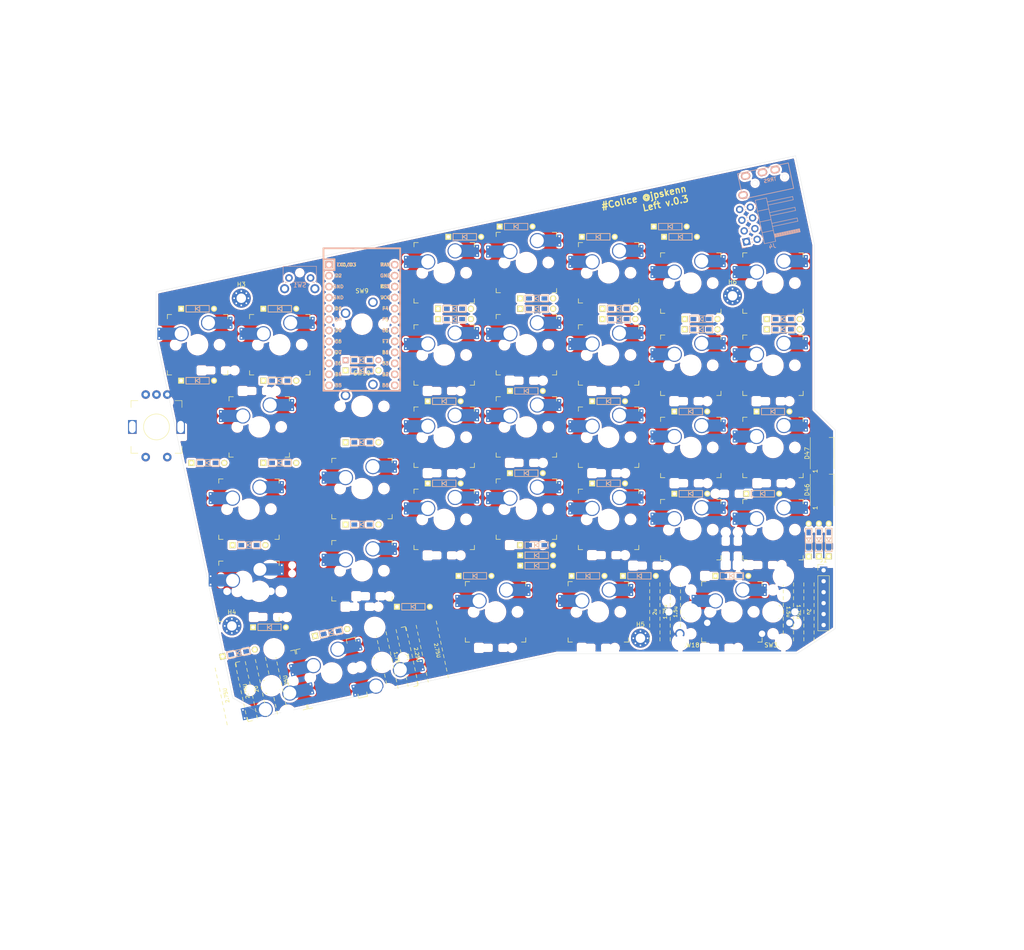
<source format=kicad_pcb>
(kicad_pcb (version 20171130) (host pcbnew "(5.1.5-0-10_14)")
  (layers (0 F.Cu signal) (31 B.Cu signal) (34 B.Paste user) (35 F.Paste user) (36 B.SilkS user) (37 F.SilkS user) (38 B.Mask user) (39 F.Mask user) (44 Edge.Cuts user))
  (net 0 "")
  (net 1 pin6)
  (net 2 pin1)
  (net 3 pin2)
  (net 4 pin3)
  (net 5 pin4)
  (net 6 pin5)
  (net 7 pin7)
  (net 8 "Net-(D8-Pad2)")
  (net 9 "Net-(D9-Pad2)")
  (net 10 "Net-(D11-Pad2)")
  (net 11 "Net-(D12-Pad2)")
  (net 12 pin8)
  (net 13 "Net-(D14-Pad2)")
  (net 14 "Net-(D17-Pad2)")
  (net 15 "Net-(D18-Pad2)")
  (net 16 pin9)
  (net 17 "Net-(D20-Pad2)")
  (net 18 "Net-(D21-Pad2)")
  (net 19 "Net-(D23-Pad2)")
  (net 20 "Net-(D24-Pad2)")
  (net 21 pin10)
  (net 22 "Net-(D26-Pad2)")
  (net 23 "Net-(D27-Pad2)")
  (net 24 "Net-(D29-Pad2)")
  (net 25 "Net-(D30-Pad2)")
  (net 26 "Net-(D32-Pad2)")
  (net 27 "Net-(D33-Pad2)")
  (net 28 "Net-(D35-Pad2)")
  (net 29 "Net-(D36-Pad2)")
  (net 30 "Net-(D38-Pad2)")
  (net 31 "Net-(D41-Pad2)")
  (net 32 "Net-(D42-Pad2)")
  (net 33 "Net-(D44-Pad2)")
  (net 34 "Net-(D45-Pad2)")
  (net 35 "Net-(D46-Pad2)")
  (net 36 data)
  (net 37 led)
  (net 38 GND1)
  (net 39 VCC)
  (net 40 reset)
  (net 41 "Net-(D2-Pad2)")
  (net 42 "Net-(D5-Pad2)")
  (net 43 "Net-(D6-Pad2)")
  (net 44 "Net-(D7-Pad2)")
  (net 45 "Net-(D13-Pad2)")
  (net 46 "Net-(D19-Pad2)")
  (net 47 "Net-(D25-Pad2)")
  (net 48 "Net-(D31-Pad2)")
  (net 49 "Net-(D37-Pad2)")
  (net 50 "Net-(D43-Pad2)")
  (net 51 "Net-(D3-Pad2)")
  (net 52 "Net-(D4-Pad1)")
  (net 53 "Net-(D10-Pad1)")
  (net 54 "Net-(D16-Pad1)")
  (net 55 "Net-(D22-Pad1)")
  (net 56 "Net-(D28-Pad1)")
  (net 57 "Net-(D34-Pad1)")
  (net 58 "Net-(D40-Pad1)")
  (net 59 encS1)
  (net 60 encS2)
  (net 61 encB)
  (net 62 encA)
  (net 63 "Net-(D39-Pad1)")
  (net 64 "Net-(D48-Pad2)")
  (net 65 "Net-(D49-Pad2)")
  (net 66 "Net-(D50-Pad2)")
  (net 67 "Net-(D51-Pad2)")
  (net 68 "Net-(D52-Pad2)")
  (net 69 "Net-(D47-Pad2)")
  (net 70 "Net-(J3-PadA)")
  (net 71 "Net-(J4-Pad8)")
  (net 72 "Net-(J4-Pad7)")
  (net 73 "Net-(J4-Pad6)")
  (net 74 "Net-(U1-Pad5)")
  (net 75 "Net-(U1-Pad6)")
  (net 76 "Net-(U1-Pad7)")
  (net 77 "Net-(U1-Pad18)")
  (net 78 "Net-(U1-Pad24)")
  (module SMK_SU120:D3_TH_SMD (layer F.Cu) (at 154.78125 48.81583)
    (fp_text reference D34 hide)
    (fp_text value D hide)
    (pad 1 smd rect (at -1.775 0) (size 1.3 0.95) (layers F.Cu F.Paste F.Mask) (net 57 "Net-(D34-Pad1)"))
    (pad 2 smd rect (at 1.775 0) (size 1.3 0.95) (layers B.Cu B.Paste B.Mask) (net 5 pin4))
    (pad 1 smd rect (at -1.775 0) (size 1.3 0.95) (layers B.Cu B.Paste B.Mask) (net 57 "Net-(D34-Pad1)"))
    (pad 1 thru_hole rect (at -3.81 0) (size 1.397 1.397) (drill 0.8128) (layers *.Cu *.Mask F.SilkS) (net 57 "Net-(D34-Pad1)"))
    (pad 2 thru_hole circle (at 3.81 0) (size 1.397 1.397) (drill 0.8128) (layers *.Cu *.Mask F.SilkS) (net 5 pin4))
    (pad 2 smd rect (at 1.775 0) (size 1.3 0.95) (layers F.Cu F.Paste F.Mask) (net 5 pin4))
  )
  (module SMK_keebio:ArduinoProMicro (layer F.Cu) (at 83.312 71.628 270)
    (fp_text reference U1 hide)
    (fp_text value ProMicro hide)
    (fp_text user D2 (at -11.43 5.461) (layer B.SilkS) (effects (font (size 0.8 0.8)) (justify mirror)))
    (fp_text user D0 (at -1.27 5.461) (layer B.SilkS) (effects (font (size 0.8 0.8)) (justify mirror)))
    (fp_text user D1 (at -3.81 5.461) (layer B.SilkS) (effects (font (size 0.8 0.8)) (justify mirror)))
    (fp_text user GND (at -6.35 5.461) (layer B.SilkS) (effects (font (size 0.8 0.8)) (justify mirror)))
    (fp_text user GND (at -8.89 5.461) (layer B.SilkS) (effects (font (size 0.8 0.8)) (justify mirror)))
    (fp_text user D4 (at 1.27 5.461) (layer B.SilkS) (effects (font (size 0.8 0.8)) (justify mirror)))
    (fp_text user C6 (at 3.81 5.461) (layer B.SilkS) (effects (font (size 0.8 0.8)) (justify mirror)))
    (fp_text user D7 (at 6.35 5.461) (layer B.SilkS) (effects (font (size 0.8 0.8)) (justify mirror)))
    (fp_text user E6 (at 8.89 5.461) (layer B.SilkS) (effects (font (size 0.8 0.8)) (justify mirror)))
    (fp_text user B4 (at 11.43 5.461) (layer B.SilkS) (effects (font (size 0.8 0.8)) (justify mirror)))
    (fp_text user B5 (at 13.97 5.461) (layer B.SilkS) (effects (font (size 0.8 0.8)) (justify mirror)))
    (fp_text user B6 (at 13.97 -5.461) (layer B.SilkS) (effects (font (size 0.8 0.8)) (justify mirror)))
    (fp_text user B2 (at 11.43 -5.461) (layer F.SilkS) (effects (font (size 0.8 0.8))))
    (fp_text user B3 (at 8.89 -5.461) (layer B.SilkS) (effects (font (size 0.8 0.8)) (justify mirror)))
    (fp_text user B1 (at 6.35 -5.461) (layer B.SilkS) (effects (font (size 0.8 0.8)) (justify mirror)))
    (fp_text user F7 (at 3.81 -5.461) (layer F.SilkS) (effects (font (size 0.8 0.8))))
    (fp_text user F6 (at 1.27 -5.461) (layer F.SilkS) (effects (font (size 0.8 0.8))))
    (fp_text user F5 (at -1.27 -5.461) (layer F.SilkS) (effects (font (size 0.8 0.8))))
    (fp_text user F4 (at -3.81 -5.461) (layer B.SilkS) (effects (font (size 0.8 0.8)) (justify mirror)))
    (fp_text user VCC (at -6.35 -5.461) (layer B.SilkS) (effects (font (size 0.8 0.8)) (justify mirror)))
    (fp_text user GND (at -11.43 -5.461) (layer B.SilkS) (effects (font (size 0.8 0.8)) (justify mirror)))
    (fp_text user RAW (at -13.97 -5.461) (layer B.SilkS) (effects (font (size 0.8 0.8)) (justify mirror)))
    (fp_text user RAW (at -13.97 -5.461) (layer F.SilkS) (effects (font (size 0.8 0.8))))
    (fp_text user GND (at -11.43 -5.461) (layer F.SilkS) (effects (font (size 0.8 0.8))))
    (fp_text user ST (at -8.92 -5.73312) (layer F.SilkS) (effects (font (size 0.8 0.8))))
    (fp_text user VCC (at -6.35 -5.461) (layer F.SilkS) (effects (font (size 0.8 0.8))))
    (fp_text user F4 (at -3.81 -5.461) (layer F.SilkS) (effects (font (size 0.8 0.8))))
    (fp_text user F5 (at -1.27 -5.461) (layer B.SilkS) (effects (font (size 0.8 0.8)) (justify mirror)))
    (fp_text user F6 (at 1.27 -5.461) (layer B.SilkS) (effects (font (size 0.8 0.8)) (justify mirror)))
    (fp_text user F7 (at 3.81 -5.461) (layer B.SilkS) (effects (font (size 0.8 0.8)) (justify mirror)))
    (fp_text user B1 (at 6.35 -5.461) (layer F.SilkS) (effects (font (size 0.8 0.8))))
    (fp_text user B3 (at 8.89 -5.461) (layer F.SilkS) (effects (font (size 0.8 0.8))))
    (fp_text user B2 (at 11.43 -5.461) (layer B.SilkS) (effects (font (size 0.8 0.8)) (justify mirror)))
    (fp_text user B6 (at 13.97 -5.461) (layer F.SilkS) (effects (font (size 0.8 0.8))))
    (fp_text user B5 (at 13.97 5.461) (layer F.SilkS) (effects (font (size 0.8 0.8))))
    (fp_text user B4 (at 11.43 5.461) (layer F.SilkS) (effects (font (size 0.8 0.8))))
    (fp_text user E6 (at 8.89 5.461) (layer F.SilkS) (effects (font (size 0.8 0.8))))
    (fp_text user D7 (at 6.35 5.461) (layer F.SilkS) (effects (font (size 0.8 0.8))))
    (fp_text user C6 (at 3.81 5.461) (layer F.SilkS) (effects (font (size 0.8 0.8))))
    (fp_text user D4 (at 1.27 5.461) (layer F.SilkS) (effects (font (size 0.8 0.8))))
    (fp_text user GND (at -8.89 5.461) (layer F.SilkS) (effects (font (size 0.8 0.8))))
    (fp_text user GND (at -6.35 5.461) (layer F.SilkS) (effects (font (size 0.8 0.8))))
    (fp_text user D1 (at -3.81 5.461) (layer F.SilkS) (effects (font (size 0.8 0.8))))
    (fp_text user D0 (at -1.27 5.461) (layer F.SilkS) (effects (font (size 0.8 0.8))))
    (fp_text user D2 (at -11.43 5.461) (layer F.SilkS) (effects (font (size 0.8 0.8))))
    (fp_text user TX0/D3 (at -13.97 3.571872) (layer B.SilkS) (effects (font (size 0.8 0.8)) (justify mirror)))
    (fp_text user TX0/D3 (at -13.97 3.571872) (layer F.SilkS) (effects (font (size 0.8 0.8))))
    (fp_text user ST (at -8.91 -5.04) (layer B.SilkS) (effects (font (size 0.8 0.8)) (justify mirror)))
    (pad 1 thru_hole rect (at -13.97 7.62 270) (size 1.7526 1.7526) (drill 1.0922) (layers *.Cu *.SilkS *.Mask) (net 37 led))
    (pad 2 thru_hole circle (at -11.43 7.62 270) (size 1.7526 1.7526) (drill 1.0922) (layers *.Cu *.SilkS *.Mask) (net 36 data))
    (pad 3 thru_hole circle (at -8.89 7.62 270) (size 1.7526 1.7526) (drill 1.0922) (layers *.Cu *.SilkS *.Mask) (net 38 GND1))
    (pad 4 thru_hole circle (at -6.35 7.62 270) (size 1.7526 1.7526) (drill 1.0922) (layers *.Cu *.SilkS *.Mask) (net 38 GND1))
    (pad 5 thru_hole circle (at -3.81 7.62 270) (size 1.7526 1.7526) (drill 1.0922) (layers *.Cu *.SilkS *.Mask) (net 74 "Net-(U1-Pad5)"))
    (pad 6 thru_hole circle (at -1.27 7.62 270) (size 1.7526 1.7526) (drill 1.0922) (layers *.Cu *.SilkS *.Mask) (net 75 "Net-(U1-Pad6)"))
    (pad 7 thru_hole circle (at 1.27 7.62 270) (size 1.7526 1.7526) (drill 1.0922) (layers *.Cu *.SilkS *.Mask) (net 76 "Net-(U1-Pad7)"))
    (pad 8 thru_hole circle (at 3.81 7.62 270) (size 1.7526 1.7526) (drill 1.0922) (layers *.Cu *.SilkS *.Mask) (net 1 pin6))
    (pad 9 thru_hole circle (at 6.35 7.62 270) (size 1.7526 1.7526) (drill 1.0922) (layers *.Cu *.SilkS *.Mask) (net 7 pin7))
    (pad 10 thru_hole circle (at 8.89 7.62 270) (size 1.7526 1.7526) (drill 1.0922) (layers *.Cu *.SilkS *.Mask) (net 12 pin8))
    (pad 11 thru_hole circle (at 11.43 7.62 270) (size 1.7526 1.7526) (drill 1.0922) (layers *.Cu *.SilkS *.Mask) (net 16 pin9))
    (pad 13 thru_hole circle (at 13.97 -7.62 270) (size 1.7526 1.7526) (drill 1.0922) (layers *.Cu *.SilkS *.Mask) (net 6 pin5))
    (pad 14 thru_hole circle (at 11.43 -7.62 270) (size 1.7526 1.7526) (drill 1.0922) (layers *.Cu *.SilkS *.Mask) (net 5 pin4))
    (pad 15 thru_hole circle (at 8.89 -7.62 270) (size 1.7526 1.7526) (drill 1.0922) (layers *.Cu *.SilkS *.Mask) (net 4 pin3))
    (pad 16 thru_hole circle (at 6.35 -7.62 270) (size 1.7526 1.7526) (drill 1.0922) (layers *.Cu *.SilkS *.Mask) (net 3 pin2))
    (pad 17 thru_hole circle (at 3.81 -7.62 270) (size 1.7526 1.7526) (drill 1.0922) (layers *.Cu *.SilkS *.Mask) (net 2 pin1))
    (pad 18 thru_hole circle (at 1.27 -7.62 270) (size 1.7526 1.7526) (drill 1.0922) (layers *.Cu *.SilkS *.Mask) (net 77 "Net-(U1-Pad18)"))
    (pad 19 thru_hole circle (at -1.27 -7.62 270) (size 1.7526 1.7526) (drill 1.0922) (layers *.Cu *.SilkS *.Mask) (net 61 encB))
    (pad 20 thru_hole circle (at -3.81 -7.62 270) (size 1.7526 1.7526) (drill 1.0922) (layers *.Cu *.SilkS *.Mask) (net 62 encA))
    (pad 21 thru_hole circle (at -6.35 -7.62 270) (size 1.7526 1.7526) (drill 1.0922) (layers *.Cu *.SilkS *.Mask) (net 39 VCC))
    (pad 22 thru_hole circle (at -8.89 -7.62 270) (size 1.7526 1.7526) (drill 1.0922) (layers *.Cu *.SilkS *.Mask) (net 40 reset))
    (pad 23 thru_hole circle (at -11.43 -7.62 270) (size 1.7526 1.7526) (drill 1.0922) (layers *.Cu *.SilkS *.Mask) (net 38 GND1))
    (pad 12 thru_hole circle (at 13.97 7.62 270) (size 1.7526 1.7526) (drill 1.0922) (layers *.Cu *.SilkS *.Mask) (net 21 pin10))
    (pad 24 thru_hole circle (at -13.97 -7.62 270) (size 1.7526 1.7526) (drill 1.0922) (layers *.Cu *.SilkS *.Mask) (net 78 "Net-(U1-Pad24)"))
  )
  (module SMK_SU120:D3_TH_SMD (layer F.Cu) (at 157.1625 51.19709)
    (fp_text reference D40 hide)
    (fp_text value D hide)
    (pad 2 smd rect (at 1.775 0) (size 1.3 0.95) (layers F.Cu F.Paste F.Mask) (net 6 pin5))
    (pad 2 thru_hole circle (at 3.81 0) (size 1.397 1.397) (drill 0.8128) (layers *.Cu *.Mask F.SilkS) (net 6 pin5))
    (pad 1 thru_hole rect (at -3.81 0) (size 1.397 1.397) (drill 0.8128) (layers *.Cu *.Mask F.SilkS) (net 58 "Net-(D40-Pad1)"))
    (pad 1 smd rect (at -1.775 0) (size 1.3 0.95) (layers B.Cu B.Paste B.Mask) (net 58 "Net-(D40-Pad1)"))
    (pad 2 smd rect (at 1.775 0) (size 1.3 0.95) (layers B.Cu B.Paste B.Mask) (net 6 pin5))
    (pad 1 smd rect (at -1.775 0) (size 1.3 0.95) (layers F.Cu F.Paste F.Mask) (net 58 "Net-(D40-Pad1)"))
  )
  (module SMK_SU120:D3_TH_SMD (layer F.Cu) (at 64.29375 103.58481)
    (fp_text reference D6 hide)
    (fp_text value D hide)
    (pad 2 smd rect (at 1.775 0) (size 1.3 0.95) (layers F.Cu F.Paste F.Mask) (net 43 "Net-(D6-Pad2)"))
    (pad 2 thru_hole circle (at 3.81 0) (size 1.397 1.397) (drill 0.8128) (layers *.Cu *.Mask F.SilkS) (net 43 "Net-(D6-Pad2)"))
    (pad 1 thru_hole rect (at -3.81 0) (size 1.397 1.397) (drill 0.8128) (layers *.Cu *.Mask F.SilkS) (net 3 pin2))
    (pad 1 smd rect (at -1.775 0) (size 1.3 0.95) (layers B.Cu B.Paste B.Mask) (net 3 pin2))
    (pad 2 smd rect (at 1.775 0) (size 1.3 0.95) (layers B.Cu B.Paste B.Mask) (net 43 "Net-(D6-Pad2)"))
    (pad 1 smd rect (at -1.775 0) (size 1.3 0.95) (layers F.Cu F.Paste F.Mask) (net 3 pin2))
  )
  (module SMK_foostan:CherryMX_Hotswap_v2 (layer F.Cu) (at 76.336645 152.26705 12)
    (fp_text reference SW8)
    (fp_text value SW_Push)
    (pad 2 smd rect (at 5.842 -5.08 12) (size 4.5 2.8) (layers B.Cu) (net 9 "Net-(D9-Pad2)"))
    (pad 1 smd rect (at -7.085 -2.54 12) (size 4.5 2.8) (layers B.Cu) (net 52 "Net-(D4-Pad1)"))
    (pad 2 thru_hole circle (at 7.62 -4.118 12) (size 0.8 0.8) (drill 0.4) (layers *.Cu) (net 9 "Net-(D9-Pad2)"))
    (pad 1 thru_hole circle (at -8.89 -1.578 12) (size 0.8 0.8) (drill 0.4) (layers *.Cu) (net 52 "Net-(D4-Pad1)"))
    (pad 2 thru_hole circle (at 7.62 -6.042 12) (size 0.8 0.8) (drill 0.4) (layers *.Cu) (net 9 "Net-(D9-Pad2)"))
    (pad 1 thru_hole circle (at -8.89 -3.502 12) (size 0.8 0.8) (drill 0.4) (layers *.Cu) (net 52 "Net-(D4-Pad1)"))
    (pad 2 smd rect (at 5.815 -5.08 12) (size 2.55 2.8) (layers B.Cu B.Paste B.Mask) (net 9 "Net-(D9-Pad2)"))
    (pad 1 smd rect (at -7.084999 -2.54 12) (size 2.55 2.8) (layers B.Cu B.Paste B.Mask) (net 52 "Net-(D4-Pad1)"))
    (pad "" np_thru_hole circle (at 5.08 0 60.0996) (size 1.75 1.75) (drill 1.75) (layers *.Cu *.Mask))
    (pad "" np_thru_hole circle (at -5.08 0 60.0996) (size 1.75 1.75) (drill 1.75) (layers *.Cu *.Mask))
    (pad 1 thru_hole circle (at -3.81 -2.54 12) (size 3.5 3.5) (drill 3) (layers *.Cu) (net 52 "Net-(D4-Pad1)"))
    (pad "" np_thru_hole circle (at 0 0 12) (size 3.9878 3.9878) (drill 3.9878) (layers *.Cu *.Mask))
    (pad 2 thru_hole circle (at 2.54 -5.08 12) (size 3.5 3.5) (drill 3) (layers *.Cu) (net 9 "Net-(D9-Pad2)"))
  )
  (module SMK_SU120:CherryMX_MidHeight_Choc_Hotswap_2.75U_Outline (layer F.Cu) (at 76.336645 152.26705 192)
    (fp_text reference H2 hide)
    (fp_text value MountingHole hide)
    (fp_text user 1.25U (at 10.715625 0 102 unlocked) (layer F.SilkS) (effects (font (size 0.8 0.8))))
    (fp_text user 1.75U (at 15.478125 0 102 unlocked) (layer F.SilkS) (effects (font (size 0.8 0.8))))
    (fp_text user 1.5U (at 13.096875 0 102 unlocked) (layer F.SilkS) (effects (font (size 0.8 0.8))))
    (fp_text user 2U (at 17.859375 0 102 unlocked) (layer F.SilkS) (effects (font (size 0.8 0.8))))
    (fp_text user 2.25U (at 20.240625 0 102 unlocked) (layer F.SilkS) (effects (font (size 0.8 0.8))))
    (fp_text user 2.75U (at 25.003125 0 102 unlocked) (layer F.SilkS) (effects (font (size 0.8 0.8))))
    (fp_text user 1.25U (at -10.715625 0 282 unlocked) (layer F.SilkS) (effects (font (size 0.8 0.8))))
    (fp_text user 1.5U (at -13.096875 0 282 unlocked) (layer F.SilkS) (effects (font (size 0.8 0.8))))
    (fp_text user 1.75U (at -15.478125 0 282 unlocked) (layer F.SilkS) (effects (font (size 0.8 0.8))))
    (fp_text user 2U (at -17.859375 0 282 unlocked) (layer F.SilkS) (effects (font (size 0.8 0.8))))
    (fp_text user 2.25U (at -20.240625 0 282 unlocked) (layer F.SilkS) (effects (font (size 0.8 0.8))))
    (fp_text user 2.75U (at -25.003125 0 282 unlocked) (layer F.SilkS) (effects (font (size 0.8 0.8))))
    (pad "" np_thru_hole circle (at -11.938 -6.985 192) (size 3.048 3.048) (drill 3.048) (layers *.Cu *.Mask))
    (pad "" np_thru_hole circle (at 11.938 -6.985 192) (size 3.048 3.048) (drill 3.048) (layers *.Cu *.Mask))
    (pad "" np_thru_hole circle (at -11.938 8.255 192) (size 3.9878 3.9878) (drill 3.9878) (layers *.Cu *.Mask))
    (pad "" np_thru_hole circle (at 11.938 8.255 192) (size 3.9878 3.9878) (drill 3.9878) (layers *.Cu *.Mask))
  )
  (module SMK_SU120:D3_TH_SMD (layer F.Cu) (at 107.15625 51.19709)
    (fp_text reference D16 hide)
    (fp_text value D hide)
    (pad 2 smd rect (at 1.775 0) (size 1.3 0.95) (layers F.Cu F.Paste F.Mask) (net 2 pin1))
    (pad 2 thru_hole circle (at 3.81 0) (size 1.397 1.397) (drill 0.8128) (layers *.Cu *.Mask F.SilkS) (net 2 pin1))
    (pad 1 thru_hole rect (at -3.81 0) (size 1.397 1.397) (drill 0.8128) (layers *.Cu *.Mask F.SilkS) (net 54 "Net-(D16-Pad1)"))
    (pad 1 smd rect (at -1.775 0) (size 1.3 0.95) (layers B.Cu B.Paste B.Mask) (net 54 "Net-(D16-Pad1)"))
    (pad 2 smd rect (at 1.775 0) (size 1.3 0.95) (layers B.Cu B.Paste B.Mask) (net 2 pin1))
    (pad 1 smd rect (at -1.775 0) (size 1.3 0.95) (layers F.Cu F.Paste F.Mask) (net 54 "Net-(D16-Pad1)"))
  )
  (module SMK_SU120:D3_TH_SMD (layer F.Cu) (at 83.34375 82.15347)
    (fp_text reference D11 hide)
    (fp_text value D hide)
    (pad 2 smd rect (at 1.775 0) (size 1.3 0.95) (layers F.Cu F.Paste F.Mask) (net 10 "Net-(D11-Pad2)"))
    (pad 2 thru_hole circle (at 3.81 0) (size 1.397 1.397) (drill 0.8128) (layers *.Cu *.Mask F.SilkS) (net 10 "Net-(D11-Pad2)"))
    (pad 1 thru_hole rect (at -3.81 0) (size 1.397 1.397) (drill 0.8128) (layers *.Cu *.Mask F.SilkS) (net 2 pin1))
    (pad 1 smd rect (at -1.775 0) (size 1.3 0.95) (layers B.Cu B.Paste B.Mask) (net 2 pin1))
    (pad 2 smd rect (at 1.775 0) (size 1.3 0.95) (layers B.Cu B.Paste B.Mask) (net 10 "Net-(D11-Pad2)"))
    (pad 1 smd rect (at -1.775 0) (size 1.3 0.95) (layers F.Cu F.Paste F.Mask) (net 2 pin1))
  )
  (module SMK_foostan:CherryMX_Hotswap_v2 (layer F.Cu) (at 45.24375 76.20032)
    (fp_text reference SW2)
    (fp_text value SW_Push)
    (pad 2 thru_hole circle (at 2.54 -5.08) (size 3.5 3.5) (drill 3) (layers *.Cu) (net 41 "Net-(D2-Pad2)"))
    (pad "" np_thru_hole circle (at 0 0) (size 3.9878 3.9878) (drill 3.9878) (layers *.Cu *.Mask))
    (pad 1 thru_hole circle (at -3.81 -2.54) (size 3.5 3.5) (drill 3) (layers *.Cu) (net 59 encS1))
    (pad "" np_thru_hole circle (at -5.08 0 48.0996) (size 1.75 1.75) (drill 1.75) (layers *.Cu *.Mask))
    (pad "" np_thru_hole circle (at 5.08 0 48.0996) (size 1.75 1.75) (drill 1.75) (layers *.Cu *.Mask))
    (pad 1 smd rect (at -7.085 -2.54) (size 2.55 2.8) (layers B.Cu B.Paste B.Mask) (net 59 encS1))
    (pad 2 smd rect (at 5.815 -5.08) (size 2.55 2.8) (layers B.Cu B.Paste B.Mask) (net 41 "Net-(D2-Pad2)"))
    (pad 1 thru_hole circle (at -8.89 -3.502) (size 0.8 0.8) (drill 0.4) (layers *.Cu) (net 59 encS1))
    (pad 2 thru_hole circle (at 7.62 -6.042) (size 0.8 0.8) (drill 0.4) (layers *.Cu) (net 41 "Net-(D2-Pad2)"))
    (pad 1 thru_hole circle (at -8.89 -1.578) (size 0.8 0.8) (drill 0.4) (layers *.Cu) (net 59 encS1))
    (pad 2 thru_hole circle (at 7.62 -4.118) (size 0.8 0.8) (drill 0.4) (layers *.Cu) (net 41 "Net-(D2-Pad2)"))
    (pad 1 smd rect (at -7.085 -2.54) (size 4.5 2.8) (layers B.Cu) (net 59 encS1))
    (pad 2 smd rect (at 5.842 -5.08) (size 4.5 2.8) (layers B.Cu) (net 41 "Net-(D2-Pad2)"))
  )
  (module SMK_SU120:D3_TH_SMD (layer F.Cu) (at 45.24375 67.86591)
    (fp_text reference D1 hide)
    (fp_text value D hide)
    (pad 2 smd rect (at 1.775 0) (size 1.3 0.95) (layers F.Cu F.Paste F.Mask) (net 12 pin8))
    (pad 2 thru_hole circle (at 3.81 0) (size 1.397 1.397) (drill 0.8128) (layers *.Cu *.Mask F.SilkS) (net 12 pin8))
    (pad 1 thru_hole rect (at -3.81 0) (size 1.397 1.397) (drill 0.8128) (layers *.Cu *.Mask F.SilkS) (net 59 encS1))
    (pad 1 smd rect (at -1.775 0) (size 1.3 0.95) (layers B.Cu B.Paste B.Mask) (net 59 encS1))
    (pad 2 smd rect (at 1.775 0) (size 1.3 0.95) (layers B.Cu B.Paste B.Mask) (net 12 pin8))
    (pad 1 smd rect (at -1.775 0) (size 1.3 0.95) (layers F.Cu F.Paste F.Mask) (net 59 encS1))
  )
  (module SMK_SU120:D3_TH_SMD (layer F.Cu) (at 45.24375 84.53473)
    (fp_text reference D2 hide)
    (fp_text value D hide)
    (pad 2 smd rect (at 1.775 0) (size 1.3 0.95) (layers F.Cu F.Paste F.Mask) (net 41 "Net-(D2-Pad2)"))
    (pad 2 thru_hole circle (at 3.81 0) (size 1.397 1.397) (drill 0.8128) (layers *.Cu *.Mask F.SilkS) (net 41 "Net-(D2-Pad2)"))
    (pad 1 thru_hole rect (at -3.81 0) (size 1.397 1.397) (drill 0.8128) (layers *.Cu *.Mask F.SilkS) (net 2 pin1))
    (pad 1 smd rect (at -1.775 0) (size 1.3 0.95) (layers B.Cu B.Paste B.Mask) (net 2 pin1))
    (pad 2 smd rect (at 1.775 0) (size 1.3 0.95) (layers B.Cu B.Paste B.Mask) (net 41 "Net-(D2-Pad2)"))
    (pad 1 smd rect (at -1.775 0) (size 1.3 0.95) (layers F.Cu F.Paste F.Mask) (net 2 pin1))
  )
  (module SMK_SU120:D3_TH_SMD (layer F.Cu) (at 64.29375 67.86591)
    (fp_text reference D4 hide)
    (fp_text value D hide)
    (pad 1 smd rect (at -1.775 0) (size 1.3 0.95) (layers F.Cu F.Paste F.Mask) (net 52 "Net-(D4-Pad1)"))
    (pad 2 smd rect (at 1.775 0) (size 1.3 0.95) (layers B.Cu B.Paste B.Mask) (net 16 pin9))
    (pad 1 smd rect (at -1.775 0) (size 1.3 0.95) (layers B.Cu B.Paste B.Mask) (net 52 "Net-(D4-Pad1)"))
    (pad 1 thru_hole rect (at -3.81 0) (size 1.397 1.397) (drill 0.8128) (layers *.Cu *.Mask F.SilkS) (net 52 "Net-(D4-Pad1)"))
    (pad 2 thru_hole circle (at 3.81 0) (size 1.397 1.397) (drill 0.8128) (layers *.Cu *.Mask F.SilkS) (net 16 pin9))
    (pad 2 smd rect (at 1.775 0) (size 1.3 0.95) (layers F.Cu F.Paste F.Mask) (net 16 pin9))
  )
  (module SMK_SU120:D3_TH_SMD (layer F.Cu) (at 64.29375 84.53473)
    (fp_text reference D5 hide)
    (fp_text value D hide)
    (pad 2 smd rect (at 1.775 0) (size 1.3 0.95) (layers F.Cu F.Paste F.Mask) (net 42 "Net-(D5-Pad2)"))
    (pad 2 thru_hole circle (at 3.81 0) (size 1.397 1.397) (drill 0.8128) (layers *.Cu *.Mask F.SilkS) (net 42 "Net-(D5-Pad2)"))
    (pad 1 thru_hole rect (at -3.81 0) (size 1.397 1.397) (drill 0.8128) (layers *.Cu *.Mask F.SilkS) (net 2 pin1))
    (pad 1 smd rect (at -1.775 0) (size 1.3 0.95) (layers B.Cu B.Paste B.Mask) (net 2 pin1))
    (pad 2 smd rect (at 1.775 0) (size 1.3 0.95) (layers B.Cu B.Paste B.Mask) (net 42 "Net-(D5-Pad2)"))
    (pad 1 smd rect (at -1.775 0) (size 1.3 0.95) (layers F.Cu F.Paste F.Mask) (net 2 pin1))
  )
  (module SMK_SU120:D3_TH_SMD (layer F.Cu) (at 57.15 122.63489)
    (fp_text reference D7 hide)
    (fp_text value D hide)
    (pad 2 smd rect (at 1.775 0) (size 1.3 0.95) (layers F.Cu F.Paste F.Mask) (net 44 "Net-(D7-Pad2)"))
    (pad 2 thru_hole circle (at 3.81 0) (size 1.397 1.397) (drill 0.8128) (layers *.Cu *.Mask F.SilkS) (net 44 "Net-(D7-Pad2)"))
    (pad 1 thru_hole rect (at -3.81 0) (size 1.397 1.397) (drill 0.8128) (layers *.Cu *.Mask F.SilkS) (net 4 pin3))
    (pad 1 smd rect (at -1.775 0) (size 1.3 0.95) (layers B.Cu B.Paste B.Mask) (net 4 pin3))
    (pad 2 smd rect (at 1.775 0) (size 1.3 0.95) (layers B.Cu B.Paste B.Mask) (net 44 "Net-(D7-Pad2)"))
    (pad 1 smd rect (at -1.775 0) (size 1.3 0.95) (layers F.Cu F.Paste F.Mask) (net 4 pin3))
  )
  (module SMK_SU120:D3_TH_SMD (layer F.Cu) (at 61.9125 141.68497)
    (fp_text reference D8 hide)
    (fp_text value D hide)
    (pad 2 smd rect (at 1.775 0) (size 1.3 0.95) (layers F.Cu F.Paste F.Mask) (net 8 "Net-(D8-Pad2)"))
    (pad 2 thru_hole circle (at 3.81 0) (size 1.397 1.397) (drill 0.8128) (layers *.Cu *.Mask F.SilkS) (net 8 "Net-(D8-Pad2)"))
    (pad 1 thru_hole rect (at -3.81 0) (size 1.397 1.397) (drill 0.8128) (layers *.Cu *.Mask F.SilkS) (net 5 pin4))
    (pad 1 smd rect (at -1.775 0) (size 1.3 0.95) (layers B.Cu B.Paste B.Mask) (net 5 pin4))
    (pad 2 smd rect (at 1.775 0) (size 1.3 0.95) (layers B.Cu B.Paste B.Mask) (net 8 "Net-(D8-Pad2)"))
    (pad 1 smd rect (at -1.775 0) (size 1.3 0.95) (layers F.Cu F.Paste F.Mask) (net 5 pin4))
  )
  (module SMK_SU120:D3_TH_SMD (layer F.Cu) (at 76.2 142.8756 12)
    (fp_text reference D9 hide)
    (fp_text value D hide)
    (pad 2 smd rect (at 1.775 0 12) (size 1.3 0.95) (layers F.Cu F.Paste F.Mask) (net 9 "Net-(D9-Pad2)"))
    (pad 2 thru_hole circle (at 3.81 0 12) (size 1.397 1.397) (drill 0.8128) (layers *.Cu *.Mask F.SilkS) (net 9 "Net-(D9-Pad2)"))
    (pad 1 thru_hole rect (at -3.81 0 12) (size 1.397 1.397) (drill 0.8128) (layers *.Cu *.Mask F.SilkS) (net 6 pin5))
    (pad 1 smd rect (at -1.775 0 12) (size 1.3 0.95) (layers B.Cu B.Paste B.Mask) (net 6 pin5))
    (pad 2 smd rect (at 1.775 0 12) (size 1.3 0.95) (layers B.Cu B.Paste B.Mask) (net 9 "Net-(D9-Pad2)"))
    (pad 1 smd rect (at -1.775 0 12) (size 1.3 0.95) (layers F.Cu F.Paste F.Mask) (net 6 pin5))
  )
  (module SMK_SU120:D3_TH_SMD (layer B.Cu) (at 83.34375 79.77221)
    (fp_text reference D10 hide)
    (fp_text value D hide)
    (pad 2 smd rect (at 1.775 0) (size 1.3 0.95) (layers B.Cu B.Paste B.Mask) (net 21 pin10))
    (pad 2 thru_hole circle (at 3.81 0) (size 1.397 1.397) (drill 0.8128) (layers *.Cu *.Mask B.SilkS) (net 21 pin10))
    (pad 1 thru_hole rect (at -3.81 0) (size 1.397 1.397) (drill 0.8128) (layers *.Cu *.Mask B.SilkS) (net 53 "Net-(D10-Pad1)"))
    (pad 1 smd rect (at -1.775 0) (size 1.3 0.95) (layers F.Cu F.Paste F.Mask) (net 53 "Net-(D10-Pad1)"))
    (pad 2 smd rect (at 1.775 0) (size 1.3 0.95) (layers F.Cu F.Paste F.Mask) (net 21 pin10))
    (pad 1 smd rect (at -1.775 0) (size 1.3 0.95) (layers B.Cu B.Paste B.Mask) (net 53 "Net-(D10-Pad1)"))
  )
  (module SMK_SU120:D3_TH_SMD (layer F.Cu) (at 83.34375 98.82229)
    (fp_text reference D12 hide)
    (fp_text value D hide)
    (pad 2 smd rect (at 1.775 0) (size 1.3 0.95) (layers F.Cu F.Paste F.Mask) (net 11 "Net-(D12-Pad2)"))
    (pad 2 thru_hole circle (at 3.81 0) (size 1.397 1.397) (drill 0.8128) (layers *.Cu *.Mask F.SilkS) (net 11 "Net-(D12-Pad2)"))
    (pad 1 thru_hole rect (at -3.81 0) (size 1.397 1.397) (drill 0.8128) (layers *.Cu *.Mask F.SilkS) (net 3 pin2))
    (pad 1 smd rect (at -1.775 0) (size 1.3 0.95) (layers B.Cu B.Paste B.Mask) (net 3 pin2))
    (pad 2 smd rect (at 1.775 0) (size 1.3 0.95) (layers B.Cu B.Paste B.Mask) (net 11 "Net-(D12-Pad2)"))
    (pad 1 smd rect (at -1.775 0) (size 1.3 0.95) (layers F.Cu F.Paste F.Mask) (net 3 pin2))
  )
  (module SMK_SU120:D3_TH_SMD (layer F.Cu) (at 83.34375 117.87237)
    (fp_text reference D13 hide)
    (fp_text value D hide)
    (pad 2 smd rect (at 1.775 0) (size 1.3 0.95) (layers F.Cu F.Paste F.Mask) (net 45 "Net-(D13-Pad2)"))
    (pad 2 thru_hole circle (at 3.81 0) (size 1.397 1.397) (drill 0.8128) (layers *.Cu *.Mask F.SilkS) (net 45 "Net-(D13-Pad2)"))
    (pad 1 thru_hole rect (at -3.81 0) (size 1.397 1.397) (drill 0.8128) (layers *.Cu *.Mask F.SilkS) (net 4 pin3))
    (pad 1 smd rect (at -1.775 0) (size 1.3 0.95) (layers B.Cu B.Paste B.Mask) (net 4 pin3))
    (pad 2 smd rect (at 1.775 0) (size 1.3 0.95) (layers B.Cu B.Paste B.Mask) (net 45 "Net-(D13-Pad2)"))
    (pad 1 smd rect (at -1.775 0) (size 1.3 0.95) (layers F.Cu F.Paste F.Mask) (net 4 pin3))
  )
  (module SMK_SU120:D3_TH_SMD (layer F.Cu) (at 95.25 136.92245)
    (fp_text reference D14 hide)
    (fp_text value D hide)
    (pad 2 smd rect (at 1.775 0) (size 1.3 0.95) (layers F.Cu F.Paste F.Mask) (net 13 "Net-(D14-Pad2)"))
    (pad 2 thru_hole circle (at 3.81 0) (size 1.397 1.397) (drill 0.8128) (layers *.Cu *.Mask F.SilkS) (net 13 "Net-(D14-Pad2)"))
    (pad 1 thru_hole rect (at -3.81 0) (size 1.397 1.397) (drill 0.8128) (layers *.Cu *.Mask F.SilkS) (net 5 pin4))
    (pad 1 smd rect (at -1.775 0) (size 1.3 0.95) (layers B.Cu B.Paste B.Mask) (net 5 pin4))
    (pad 2 smd rect (at 1.775 0) (size 1.3 0.95) (layers B.Cu B.Paste B.Mask) (net 13 "Net-(D14-Pad2)"))
    (pad 1 smd rect (at -1.775 0) (size 1.3 0.95) (layers F.Cu F.Paste F.Mask) (net 5 pin4))
  )
  (module SMK_SU120:D3_TH_SMD (layer F.Cu) (at 104.775 67.86591)
    (fp_text reference D17 hide)
    (fp_text value D hide)
    (pad 2 smd rect (at 1.775 0) (size 1.3 0.95) (layers F.Cu F.Paste F.Mask) (net 14 "Net-(D17-Pad2)"))
    (pad 2 thru_hole circle (at 3.81 0) (size 1.397 1.397) (drill 0.8128) (layers *.Cu *.Mask F.SilkS) (net 14 "Net-(D17-Pad2)"))
    (pad 1 thru_hole rect (at -3.81 0) (size 1.397 1.397) (drill 0.8128) (layers *.Cu *.Mask F.SilkS) (net 1 pin6))
    (pad 1 smd rect (at -1.775 0) (size 1.3 0.95) (layers B.Cu B.Paste B.Mask) (net 1 pin6))
    (pad 2 smd rect (at 1.775 0) (size 1.3 0.95) (layers B.Cu B.Paste B.Mask) (net 14 "Net-(D17-Pad2)"))
    (pad 1 smd rect (at -1.775 0) (size 1.3 0.95) (layers F.Cu F.Paste F.Mask) (net 1 pin6))
  )
  (module SMK_SU120:D3_TH_SMD (layer F.Cu) (at 104.775 70.24717)
    (fp_text reference D18 hide)
    (fp_text value D hide)
    (pad 2 smd rect (at 1.775 0) (size 1.3 0.95) (layers F.Cu F.Paste F.Mask) (net 15 "Net-(D18-Pad2)"))
    (pad 2 thru_hole circle (at 3.81 0) (size 1.397 1.397) (drill 0.8128) (layers *.Cu *.Mask F.SilkS) (net 15 "Net-(D18-Pad2)"))
    (pad 1 thru_hole rect (at -3.81 0) (size 1.397 1.397) (drill 0.8128) (layers *.Cu *.Mask F.SilkS) (net 7 pin7))
    (pad 1 smd rect (at -1.775 0) (size 1.3 0.95) (layers B.Cu B.Paste B.Mask) (net 7 pin7))
    (pad 2 smd rect (at 1.775 0) (size 1.3 0.95) (layers B.Cu B.Paste B.Mask) (net 15 "Net-(D18-Pad2)"))
    (pad 1 smd rect (at -1.775 0) (size 1.3 0.95) (layers F.Cu F.Paste F.Mask) (net 7 pin7))
  )
  (module SMK_SU120:D3_TH_SMD (layer F.Cu) (at 102.39375 89.29725)
    (fp_text reference D19 hide)
    (fp_text value D hide)
    (pad 2 smd rect (at 1.775 0) (size 1.3 0.95) (layers F.Cu F.Paste F.Mask) (net 46 "Net-(D19-Pad2)"))
    (pad 2 thru_hole circle (at 3.81 0) (size 1.397 1.397) (drill 0.8128) (layers *.Cu *.Mask F.SilkS) (net 46 "Net-(D19-Pad2)"))
    (pad 1 thru_hole rect (at -3.81 0) (size 1.397 1.397) (drill 0.8128) (layers *.Cu *.Mask F.SilkS) (net 12 pin8))
    (pad 1 smd rect (at -1.775 0) (size 1.3 0.95) (layers B.Cu B.Paste B.Mask) (net 12 pin8))
    (pad 2 smd rect (at 1.775 0) (size 1.3 0.95) (layers B.Cu B.Paste B.Mask) (net 46 "Net-(D19-Pad2)"))
    (pad 1 smd rect (at -1.775 0) (size 1.3 0.95) (layers F.Cu F.Paste F.Mask) (net 12 pin8))
  )
  (module SMK_SU120:D3_TH_SMD (layer F.Cu) (at 102.39375 108.34733)
    (fp_text reference D20 hide)
    (fp_text value D hide)
    (pad 2 smd rect (at 1.775 0) (size 1.3 0.95) (layers F.Cu F.Paste F.Mask) (net 17 "Net-(D20-Pad2)"))
    (pad 2 thru_hole circle (at 3.81 0) (size 1.397 1.397) (drill 0.8128) (layers *.Cu *.Mask F.SilkS) (net 17 "Net-(D20-Pad2)"))
    (pad 1 thru_hole rect (at -3.81 0) (size 1.397 1.397) (drill 0.8128) (layers *.Cu *.Mask F.SilkS) (net 16 pin9))
    (pad 1 smd rect (at -1.775 0) (size 1.3 0.95) (layers B.Cu B.Paste B.Mask) (net 16 pin9))
    (pad 2 smd rect (at 1.775 0) (size 1.3 0.95) (layers B.Cu B.Paste B.Mask) (net 17 "Net-(D20-Pad2)"))
    (pad 1 smd rect (at -1.775 0) (size 1.3 0.95) (layers F.Cu F.Paste F.Mask) (net 16 pin9))
  )
  (module SMK_SU120:D3_TH_SMD (layer F.Cu) (at 147.6375 129.77867)
    (fp_text reference D21 hide)
    (fp_text value D hide)
    (pad 2 smd rect (at 1.775 0) (size 1.3 0.95) (layers F.Cu F.Paste F.Mask) (net 18 "Net-(D21-Pad2)"))
    (pad 2 thru_hole circle (at 3.81 0) (size 1.397 1.397) (drill 0.8128) (layers *.Cu *.Mask F.SilkS) (net 18 "Net-(D21-Pad2)"))
    (pad 1 thru_hole rect (at -3.81 0) (size 1.397 1.397) (drill 0.8128) (layers *.Cu *.Mask F.SilkS) (net 21 pin10))
    (pad 1 smd rect (at -1.775 0) (size 1.3 0.95) (layers B.Cu B.Paste B.Mask) (net 21 pin10))
    (pad 2 smd rect (at 1.775 0) (size 1.3 0.95) (layers B.Cu B.Paste B.Mask) (net 18 "Net-(D21-Pad2)"))
    (pad 1 smd rect (at -1.775 0) (size 1.3 0.95) (layers F.Cu F.Paste F.Mask) (net 21 pin10))
  )
  (module SMK_SU120:D3_TH_SMD (layer F.Cu) (at 119.0625 48.81583)
    (fp_text reference D22 hide)
    (fp_text value D hide)
    (pad 1 smd rect (at -1.775 0) (size 1.3 0.95) (layers F.Cu F.Paste F.Mask) (net 55 "Net-(D22-Pad1)"))
    (pad 2 smd rect (at 1.775 0) (size 1.3 0.95) (layers B.Cu B.Paste B.Mask) (net 3 pin2))
    (pad 1 smd rect (at -1.775 0) (size 1.3 0.95) (layers B.Cu B.Paste B.Mask) (net 55 "Net-(D22-Pad1)"))
    (pad 1 thru_hole rect (at -3.81 0) (size 1.397 1.397) (drill 0.8128) (layers *.Cu *.Mask F.SilkS) (net 55 "Net-(D22-Pad1)"))
    (pad 2 thru_hole circle (at 3.81 0) (size 1.397 1.397) (drill 0.8128) (layers *.Cu *.Mask F.SilkS) (net 3 pin2))
    (pad 2 smd rect (at 1.775 0) (size 1.3 0.95) (layers F.Cu F.Paste F.Mask) (net 3 pin2))
  )
  (module SMK_SU120:D3_TH_SMD (layer F.Cu) (at 123.825 65.48465)
    (fp_text reference D23 hide)
    (fp_text value D hide)
    (pad 2 smd rect (at 1.775 0) (size 1.3 0.95) (layers F.Cu F.Paste F.Mask) (net 19 "Net-(D23-Pad2)"))
    (pad 2 thru_hole circle (at 3.81 0) (size 1.397 1.397) (drill 0.8128) (layers *.Cu *.Mask F.SilkS) (net 19 "Net-(D23-Pad2)"))
    (pad 1 thru_hole rect (at -3.81 0) (size 1.397 1.397) (drill 0.8128) (layers *.Cu *.Mask F.SilkS) (net 1 pin6))
    (pad 1 smd rect (at -1.775 0) (size 1.3 0.95) (layers B.Cu B.Paste B.Mask) (net 1 pin6))
    (pad 2 smd rect (at 1.775 0) (size 1.3 0.95) (layers B.Cu B.Paste B.Mask) (net 19 "Net-(D23-Pad2)"))
    (pad 1 smd rect (at -1.775 0) (size 1.3 0.95) (layers F.Cu F.Paste F.Mask) (net 1 pin6))
  )
  (module SMK_SU120:D3_TH_SMD (layer F.Cu) (at 123.825 67.86591)
    (fp_text reference D24 hide)
    (fp_text value D hide)
    (pad 2 smd rect (at 1.775 0) (size 1.3 0.95) (layers F.Cu F.Paste F.Mask) (net 20 "Net-(D24-Pad2)"))
    (pad 2 thru_hole circle (at 3.81 0) (size 1.397 1.397) (drill 0.8128) (layers *.Cu *.Mask F.SilkS) (net 20 "Net-(D24-Pad2)"))
    (pad 1 thru_hole rect (at -3.81 0) (size 1.397 1.397) (drill 0.8128) (layers *.Cu *.Mask F.SilkS) (net 7 pin7))
    (pad 1 smd rect (at -1.775 0) (size 1.3 0.95) (layers B.Cu B.Paste B.Mask) (net 7 pin7))
    (pad 2 smd rect (at 1.775 0) (size 1.3 0.95) (layers B.Cu B.Paste B.Mask) (net 20 "Net-(D24-Pad2)"))
    (pad 1 smd rect (at -1.775 0) (size 1.3 0.95) (layers F.Cu F.Paste F.Mask) (net 7 pin7))
  )
  (module SMK_SU120:D3_TH_SMD (layer F.Cu) (at 121.44375 86.91599)
    (fp_text reference D25 hide)
    (fp_text value D hide)
    (pad 2 smd rect (at 1.775 0) (size 1.3 0.95) (layers F.Cu F.Paste F.Mask) (net 47 "Net-(D25-Pad2)"))
    (pad 2 thru_hole circle (at 3.81 0) (size 1.397 1.397) (drill 0.8128) (layers *.Cu *.Mask F.SilkS) (net 47 "Net-(D25-Pad2)"))
    (pad 1 thru_hole rect (at -3.81 0) (size 1.397 1.397) (drill 0.8128) (layers *.Cu *.Mask F.SilkS) (net 12 pin8))
    (pad 1 smd rect (at -1.775 0) (size 1.3 0.95) (layers B.Cu B.Paste B.Mask) (net 12 pin8))
    (pad 2 smd rect (at 1.775 0) (size 1.3 0.95) (layers B.Cu B.Paste B.Mask) (net 47 "Net-(D25-Pad2)"))
    (pad 1 smd rect (at -1.775 0) (size 1.3 0.95) (layers F.Cu F.Paste F.Mask) (net 12 pin8))
  )
  (module SMK_SU120:D3_TH_SMD (layer F.Cu) (at 121.44375 105.96607)
    (fp_text reference D26 hide)
    (fp_text value D hide)
    (pad 2 smd rect (at 1.775 0) (size 1.3 0.95) (layers F.Cu F.Paste F.Mask) (net 22 "Net-(D26-Pad2)"))
    (pad 2 thru_hole circle (at 3.81 0) (size 1.397 1.397) (drill 0.8128) (layers *.Cu *.Mask F.SilkS) (net 22 "Net-(D26-Pad2)"))
    (pad 1 thru_hole rect (at -3.81 0) (size 1.397 1.397) (drill 0.8128) (layers *.Cu *.Mask F.SilkS) (net 16 pin9))
    (pad 1 smd rect (at -1.775 0) (size 1.3 0.95) (layers B.Cu B.Paste B.Mask) (net 16 pin9))
    (pad 2 smd rect (at 1.775 0) (size 1.3 0.95) (layers B.Cu B.Paste B.Mask) (net 22 "Net-(D26-Pad2)"))
    (pad 1 smd rect (at -1.775 0) (size 1.3 0.95) (layers F.Cu F.Paste F.Mask) (net 16 pin9))
  )
  (module SMK_SU120:D3_TH_SMD (layer F.Cu) (at 109.5375 129.77867)
    (fp_text reference D27 hide)
    (fp_text value D hide)
    (pad 2 smd rect (at 1.775 0) (size 1.3 0.95) (layers F.Cu F.Paste F.Mask) (net 23 "Net-(D27-Pad2)"))
    (pad 2 thru_hole circle (at 3.81 0) (size 1.397 1.397) (drill 0.8128) (layers *.Cu *.Mask F.SilkS) (net 23 "Net-(D27-Pad2)"))
    (pad 1 thru_hole rect (at -3.81 0) (size 1.397 1.397) (drill 0.8128) (layers *.Cu *.Mask F.SilkS) (net 21 pin10))
    (pad 1 smd rect (at -1.775 0) (size 1.3 0.95) (layers B.Cu B.Paste B.Mask) (net 21 pin10))
    (pad 2 smd rect (at 1.775 0) (size 1.3 0.95) (layers B.Cu B.Paste B.Mask) (net 23 "Net-(D27-Pad2)"))
    (pad 1 smd rect (at -1.775 0) (size 1.3 0.95) (layers F.Cu F.Paste F.Mask) (net 21 pin10))
  )
  (module SMK_SU120:D3_TH_SMD (layer F.Cu) (at 138.1125 51.19709)
    (fp_text reference D28 hide)
    (fp_text value D hide)
    (pad 2 smd rect (at 1.775 0) (size 1.3 0.95) (layers F.Cu F.Paste F.Mask) (net 4 pin3))
    (pad 2 thru_hole circle (at 3.81 0) (size 1.397 1.397) (drill 0.8128) (layers *.Cu *.Mask F.SilkS) (net 4 pin3))
    (pad 1 thru_hole rect (at -3.81 0) (size 1.397 1.397) (drill 0.8128) (layers *.Cu *.Mask F.SilkS) (net 56 "Net-(D28-Pad1)"))
    (pad 1 smd rect (at -1.775 0) (size 1.3 0.95) (layers B.Cu B.Paste B.Mask) (net 56 "Net-(D28-Pad1)"))
    (pad 2 smd rect (at 1.775 0) (size 1.3 0.95) (layers B.Cu B.Paste B.Mask) (net 4 pin3))
    (pad 1 smd rect (at -1.775 0) (size 1.3 0.95) (layers F.Cu F.Paste F.Mask) (net 56 "Net-(D28-Pad1)"))
  )
  (module SMK_SU120:D3_TH_SMD (layer F.Cu) (at 142.875 67.86591)
    (fp_text reference D29 hide)
    (fp_text value D hide)
    (pad 2 smd rect (at 1.775 0) (size 1.3 0.95) (layers F.Cu F.Paste F.Mask) (net 24 "Net-(D29-Pad2)"))
    (pad 2 thru_hole circle (at 3.81 0) (size 1.397 1.397) (drill 0.8128) (layers *.Cu *.Mask F.SilkS) (net 24 "Net-(D29-Pad2)"))
    (pad 1 thru_hole rect (at -3.81 0) (size 1.397 1.397) (drill 0.8128) (layers *.Cu *.Mask F.SilkS) (net 1 pin6))
    (pad 1 smd rect (at -1.775 0) (size 1.3 0.95) (layers B.Cu B.Paste B.Mask) (net 1 pin6))
    (pad 2 smd rect (at 1.775 0) (size 1.3 0.95) (layers B.Cu B.Paste B.Mask) (net 24 "Net-(D29-Pad2)"))
    (pad 1 smd rect (at -1.775 0) (size 1.3 0.95) (layers F.Cu F.Paste F.Mask) (net 1 pin6))
  )
  (module SMK_SU120:D3_TH_SMD (layer F.Cu) (at 142.875 70.24717)
    (fp_text reference D30 hide)
    (fp_text value D hide)
    (pad 2 smd rect (at 1.775 0) (size 1.3 0.95) (layers F.Cu F.Paste F.Mask) (net 25 "Net-(D30-Pad2)"))
    (pad 2 thru_hole circle (at 3.81 0) (size 1.397 1.397) (drill 0.8128) (layers *.Cu *.Mask F.SilkS) (net 25 "Net-(D30-Pad2)"))
    (pad 1 thru_hole rect (at -3.81 0) (size 1.397 1.397) (drill 0.8128) (layers *.Cu *.Mask F.SilkS) (net 7 pin7))
    (pad 1 smd rect (at -1.775 0) (size 1.3 0.95) (layers B.Cu B.Paste B.Mask) (net 7 pin7))
    (pad 2 smd rect (at 1.775 0) (size 1.3 0.95) (layers B.Cu B.Paste B.Mask) (net 25 "Net-(D30-Pad2)"))
    (pad 1 smd rect (at -1.775 0) (size 1.3 0.95) (layers F.Cu F.Paste F.Mask) (net 7 pin7))
  )
  (module SMK_SU120:D3_TH_SMD (layer F.Cu) (at 140.49375 89.29725)
    (fp_text reference D31 hide)
    (fp_text value D hide)
    (pad 2 smd rect (at 1.775 0) (size 1.3 0.95) (layers F.Cu F.Paste F.Mask) (net 48 "Net-(D31-Pad2)"))
    (pad 2 thru_hole circle (at 3.81 0) (size 1.397 1.397) (drill 0.8128) (layers *.Cu *.Mask F.SilkS) (net 48 "Net-(D31-Pad2)"))
    (pad 1 thru_hole rect (at -3.81 0) (size 1.397 1.397) (drill 0.8128) (layers *.Cu *.Mask F.SilkS) (net 12 pin8))
    (pad 1 smd rect (at -1.775 0) (size 1.3 0.95) (layers B.Cu B.Paste B.Mask) (net 12 pin8))
    (pad 2 smd rect (at 1.775 0) (size 1.3 0.95) (layers B.Cu B.Paste B.Mask) (net 48 "Net-(D31-Pad2)"))
    (pad 1 smd rect (at -1.775 0) (size 1.3 0.95) (layers F.Cu F.Paste F.Mask) (net 12 pin8))
  )
  (module SMK_SU120:D3_TH_SMD (layer F.Cu) (at 140.49375 108.34733)
    (fp_text reference D32 hide)
    (fp_text value D hide)
    (pad 2 smd rect (at 1.775 0) (size 1.3 0.95) (layers F.Cu F.Paste F.Mask) (net 26 "Net-(D32-Pad2)"))
    (pad 2 thru_hole circle (at 3.81 0) (size 1.397 1.397) (drill 0.8128) (layers *.Cu *.Mask F.SilkS) (net 26 "Net-(D32-Pad2)"))
    (pad 1 thru_hole rect (at -3.81 0) (size 1.397 1.397) (drill 0.8128) (layers *.Cu *.Mask F.SilkS) (net 16 pin9))
    (pad 1 smd rect (at -1.775 0) (size 1.3 0.95) (layers B.Cu B.Paste B.Mask) (net 16 pin9))
    (pad 2 smd rect (at 1.775 0) (size 1.3 0.95) (layers B.Cu B.Paste B.Mask) (net 26 "Net-(D32-Pad2)"))
    (pad 1 smd rect (at -1.775 0) (size 1.3 0.95) (layers F.Cu F.Paste F.Mask) (net 16 pin9))
  )
  (module SMK_SU120:D3_TH_SMD (layer F.Cu) (at 135.73125 129.77867)
    (fp_text reference D33 hide)
    (fp_text value D hide)
    (pad 2 smd rect (at 1.775 0) (size 1.3 0.95) (layers F.Cu F.Paste F.Mask) (net 27 "Net-(D33-Pad2)"))
    (pad 2 thru_hole circle (at 3.81 0) (size 1.397 1.397) (drill 0.8128) (layers *.Cu *.Mask F.SilkS) (net 27 "Net-(D33-Pad2)"))
    (pad 1 thru_hole rect (at -3.81 0) (size 1.397 1.397) (drill 0.8128) (layers *.Cu *.Mask F.SilkS) (net 21 pin10))
    (pad 1 smd rect (at -1.775 0) (size 1.3 0.95) (layers B.Cu B.Paste B.Mask) (net 21 pin10))
    (pad 2 smd rect (at 1.775 0) (size 1.3 0.95) (layers B.Cu B.Paste B.Mask) (net 27 "Net-(D33-Pad2)"))
    (pad 1 smd rect (at -1.775 0) (size 1.3 0.95) (layers F.Cu F.Paste F.Mask) (net 21 pin10))
  )
  (module SMK_SU120:D3_TH_SMD (layer F.Cu) (at 161.925 70.24717)
    (fp_text reference D35 hide)
    (fp_text value D hide)
    (pad 2 smd rect (at 1.775 0) (size 1.3 0.95) (layers F.Cu F.Paste F.Mask) (net 28 "Net-(D35-Pad2)"))
    (pad 2 thru_hole circle (at 3.81 0) (size 1.397 1.397) (drill 0.8128) (layers *.Cu *.Mask F.SilkS) (net 28 "Net-(D35-Pad2)"))
    (pad 1 thru_hole rect (at -3.81 0) (size 1.397 1.397) (drill 0.8128) (layers *.Cu *.Mask F.SilkS) (net 1 pin6))
    (pad 1 smd rect (at -1.775 0) (size 1.3 0.95) (layers B.Cu B.Paste B.Mask) (net 1 pin6))
    (pad 2 smd rect (at 1.775 0) (size 1.3 0.95) (layers B.Cu B.Paste B.Mask) (net 28 "Net-(D35-Pad2)"))
    (pad 1 smd rect (at -1.775 0) (size 1.3 0.95) (layers F.Cu F.Paste F.Mask) (net 1 pin6))
  )
  (module SMK_SU120:D3_TH_SMD (layer F.Cu) (at 161.925 72.62843)
    (fp_text reference D36 hide)
    (fp_text value D hide)
    (pad 2 smd rect (at 1.775 0) (size 1.3 0.95) (layers F.Cu F.Paste F.Mask) (net 29 "Net-(D36-Pad2)"))
    (pad 2 thru_hole circle (at 3.81 0) (size 1.397 1.397) (drill 0.8128) (layers *.Cu *.Mask F.SilkS) (net 29 "Net-(D36-Pad2)"))
    (pad 1 thru_hole rect (at -3.81 0) (size 1.397 1.397) (drill 0.8128) (layers *.Cu *.Mask F.SilkS) (net 7 pin7))
    (pad 1 smd rect (at -1.775 0) (size 1.3 0.95) (layers B.Cu B.Paste B.Mask) (net 7 pin7))
    (pad 2 smd rect (at 1.775 0) (size 1.3 0.95) (layers B.Cu B.Paste B.Mask) (net 29 "Net-(D36-Pad2)"))
    (pad 1 smd rect (at -1.775 0) (size 1.3 0.95) (layers F.Cu F.Paste F.Mask) (net 7 pin7))
  )
  (module SMK_SU120:D3_TH_SMD (layer F.Cu) (at 159.54375 91.67851)
    (fp_text reference D37 hide)
    (fp_text value D hide)
    (pad 2 smd rect (at 1.775 0) (size 1.3 0.95) (layers F.Cu F.Paste F.Mask) (net 49 "Net-(D37-Pad2)"))
    (pad 2 thru_hole circle (at 3.81 0) (size 1.397 1.397) (drill 0.8128) (layers *.Cu *.Mask F.SilkS) (net 49 "Net-(D37-Pad2)"))
    (pad 1 thru_hole rect (at -3.81 0) (size 1.397 1.397) (drill 0.8128) (layers *.Cu *.Mask F.SilkS) (net 12 pin8))
    (pad 1 smd rect (at -1.775 0) (size 1.3 0.95) (layers B.Cu B.Paste B.Mask) (net 12 pin8))
    (pad 2 smd rect (at 1.775 0) (size 1.3 0.95) (layers B.Cu B.Paste B.Mask) (net 49 "Net-(D37-Pad2)"))
    (pad 1 smd rect (at -1.775 0) (size 1.3 0.95) (layers F.Cu F.Paste F.Mask) (net 12 pin8))
  )
  (module SMK_SU120:D3_TH_SMD (layer F.Cu) (at 159.54375 110.72859)
    (fp_text reference D38 hide)
    (fp_text value D hide)
    (pad 2 smd rect (at 1.775 0) (size 1.3 0.95) (layers F.Cu F.Paste F.Mask) (net 30 "Net-(D38-Pad2)"))
    (pad 2 thru_hole circle (at 3.81 0) (size 1.397 1.397) (drill 0.8128) (layers *.Cu *.Mask F.SilkS) (net 30 "Net-(D38-Pad2)"))
    (pad 1 thru_hole rect (at -3.81 0) (size 1.397 1.397) (drill 0.8128) (layers *.Cu *.Mask F.SilkS) (net 16 pin9))
    (pad 1 smd rect (at -1.775 0) (size 1.3 0.95) (layers B.Cu B.Paste B.Mask) (net 16 pin9))
    (pad 2 smd rect (at 1.775 0) (size 1.3 0.95) (layers B.Cu B.Paste B.Mask) (net 30 "Net-(D38-Pad2)"))
    (pad 1 smd rect (at -1.775 0) (size 1.3 0.95) (layers F.Cu F.Paste F.Mask) (net 16 pin9))
  )
  (module SMK_SU120:D3_TH_SMD (layer F.Cu) (at 180.975 70.24717)
    (fp_text reference D41 hide)
    (fp_text value D hide)
    (pad 2 smd rect (at 1.775 0) (size 1.3 0.95) (layers F.Cu F.Paste F.Mask) (net 31 "Net-(D41-Pad2)"))
    (pad 2 thru_hole circle (at 3.81 0) (size 1.397 1.397) (drill 0.8128) (layers *.Cu *.Mask F.SilkS) (net 31 "Net-(D41-Pad2)"))
    (pad 1 thru_hole rect (at -3.81 0) (size 1.397 1.397) (drill 0.8128) (layers *.Cu *.Mask F.SilkS) (net 1 pin6))
    (pad 1 smd rect (at -1.775 0) (size 1.3 0.95) (layers B.Cu B.Paste B.Mask) (net 1 pin6))
    (pad 2 smd rect (at 1.775 0) (size 1.3 0.95) (layers B.Cu B.Paste B.Mask) (net 31 "Net-(D41-Pad2)"))
    (pad 1 smd rect (at -1.775 0) (size 1.3 0.95) (layers F.Cu F.Paste F.Mask) (net 1 pin6))
  )
  (module SMK_SU120:D3_TH_SMD (layer F.Cu) (at 180.975 72.62843)
    (fp_text reference D42 hide)
    (fp_text value D hide)
    (pad 2 smd rect (at 1.775 0) (size 1.3 0.95) (layers F.Cu F.Paste F.Mask) (net 32 "Net-(D42-Pad2)"))
    (pad 2 thru_hole circle (at 3.81 0) (size 1.397 1.397) (drill 0.8128) (layers *.Cu *.Mask F.SilkS) (net 32 "Net-(D42-Pad2)"))
    (pad 1 thru_hole rect (at -3.81 0) (size 1.397 1.397) (drill 0.8128) (layers *.Cu *.Mask F.SilkS) (net 7 pin7))
    (pad 1 smd rect (at -1.775 0) (size 1.3 0.95) (layers B.Cu B.Paste B.Mask) (net 7 pin7))
    (pad 2 smd rect (at 1.775 0) (size 1.3 0.95) (layers B.Cu B.Paste B.Mask) (net 32 "Net-(D42-Pad2)"))
    (pad 1 smd rect (at -1.775 0) (size 1.3 0.95) (layers F.Cu F.Paste F.Mask) (net 7 pin7))
  )
  (module SMK_SU120:D3_TH_SMD (layer F.Cu) (at 178.59375 91.67851)
    (fp_text reference D43 hide)
    (fp_text value D hide)
    (pad 2 smd rect (at 1.775 0) (size 1.3 0.95) (layers F.Cu F.Paste F.Mask) (net 50 "Net-(D43-Pad2)"))
    (pad 2 thru_hole circle (at 3.81 0) (size 1.397 1.397) (drill 0.8128) (layers *.Cu *.Mask F.SilkS) (net 50 "Net-(D43-Pad2)"))
    (pad 1 thru_hole rect (at -3.81 0) (size 1.397 1.397) (drill 0.8128) (layers *.Cu *.Mask F.SilkS) (net 12 pin8))
    (pad 1 smd rect (at -1.775 0) (size 1.3 0.95) (layers B.Cu B.Paste B.Mask) (net 12 pin8))
    (pad 2 smd rect (at 1.775 0) (size 1.3 0.95) (layers B.Cu B.Paste B.Mask) (net 50 "Net-(D43-Pad2)"))
    (pad 1 smd rect (at -1.775 0) (size 1.3 0.95) (layers F.Cu F.Paste F.Mask) (net 12 pin8))
  )
  (module SMK_SU120:D3_TH_SMD (layer F.Cu) (at 176.2125 110.72859)
    (fp_text reference D44 hide)
    (fp_text value D hide)
    (pad 2 smd rect (at 1.775 0) (size 1.3 0.95) (layers F.Cu F.Paste F.Mask) (net 33 "Net-(D44-Pad2)"))
    (pad 2 thru_hole circle (at 3.81 0) (size 1.397 1.397) (drill 0.8128) (layers *.Cu *.Mask F.SilkS) (net 33 "Net-(D44-Pad2)"))
    (pad 1 thru_hole rect (at -3.81 0) (size 1.397 1.397) (drill 0.8128) (layers *.Cu *.Mask F.SilkS) (net 16 pin9))
    (pad 1 smd rect (at -1.775 0) (size 1.3 0.95) (layers B.Cu B.Paste B.Mask) (net 16 pin9))
    (pad 2 smd rect (at 1.775 0) (size 1.3 0.95) (layers B.Cu B.Paste B.Mask) (net 33 "Net-(D44-Pad2)"))
    (pad 1 smd rect (at -1.775 0) (size 1.3 0.95) (layers F.Cu F.Paste F.Mask) (net 16 pin9))
  )
  (module SMK_SU120:D3_TH_SMD (layer F.Cu) (at 169.06875 129.77867)
    (fp_text reference D45 hide)
    (fp_text value D hide)
    (pad 2 smd rect (at 1.775 0) (size 1.3 0.95) (layers F.Cu F.Paste F.Mask) (net 34 "Net-(D45-Pad2)"))
    (pad 2 thru_hole circle (at 3.81 0) (size 1.397 1.397) (drill 0.8128) (layers *.Cu *.Mask F.SilkS) (net 34 "Net-(D45-Pad2)"))
    (pad 1 thru_hole rect (at -3.81 0) (size 1.397 1.397) (drill 0.8128) (layers *.Cu *.Mask F.SilkS) (net 21 pin10))
    (pad 1 smd rect (at -1.775 0) (size 1.3 0.95) (layers B.Cu B.Paste B.Mask) (net 21 pin10))
    (pad 2 smd rect (at 1.775 0) (size 1.3 0.95) (layers B.Cu B.Paste B.Mask) (net 34 "Net-(D45-Pad2)"))
    (pad 1 smd rect (at -1.775 0) (size 1.3 0.95) (layers F.Cu F.Paste F.Mask) (net 21 pin10))
  )
  (module SMK_SU120:MJ-4PP-9 (layer B.Cu) (at 182.75808 37.01288 102)
    (fp_text reference J3)
    (fp_text value MJ-4PP-9 hide)
    (fp_text user TRRS (at 0 -4.96095 12) (layer B.SilkS) (effects (font (size 0.8 0.8)) (justify mirror)))
    (pad "" np_thru_hole circle (at 0 -1.5 102) (size 1.2 1.2) (drill 1.2) (layers *.Cu *.Mask B.SilkS))
    (pad "" np_thru_hole circle (at 0 -8.5 102) (size 1.2 1.2) (drill 1.2) (layers *.Cu *.Mask B.SilkS))
    (pad B thru_hole oval (at 2.1 -3.3 102) (size 1.7 2.2) (drill oval 1 1.5) (layers *.Cu *.Mask B.SilkS) (net 36 data) (clearance 0.15))
    (pad C thru_hole oval (at 2.1 -6.3 102) (size 1.7 2.2) (drill oval 1 1.5) (layers *.Cu *.Mask B.SilkS) (net 38 GND1) (clearance 0.15))
    (pad D thru_hole oval (at 2.1 -10.3 102) (size 1.7 2.2) (drill oval 1 1.5) (layers *.Cu *.Mask B.SilkS) (net 39 VCC) (clearance 0.15))
    (pad A thru_hole oval (at -2.1 -11.8 102) (size 1.7 2.2) (drill oval 1 1.5) (layers *.Cu *.Mask B.SilkS) (net 70 "Net-(J3-PadA)") (clearance 0.15))
  )
  (module SMK_foostan:CherryMX_Hotswap_v2 (layer F.Cu) (at 59.53125 95.2504)
    (fp_text reference SW5)
    (fp_text value SW_Push)
    (pad 2 thru_hole circle (at 2.54 -5.08) (size 3.5 3.5) (drill 3) (layers *.Cu) (net 43 "Net-(D6-Pad2)"))
    (pad "" np_thru_hole circle (at 0 0) (size 3.9878 3.9878) (drill 3.9878) (layers *.Cu *.Mask))
    (pad 1 thru_hole circle (at -3.81 -2.54) (size 3.5 3.5) (drill 3) (layers *.Cu) (net 52 "Net-(D4-Pad1)"))
    (pad "" np_thru_hole circle (at -5.08 0 48.0996) (size 1.75 1.75) (drill 1.75) (layers *.Cu *.Mask))
    (pad "" np_thru_hole circle (at 5.08 0 48.0996) (size 1.75 1.75) (drill 1.75) (layers *.Cu *.Mask))
    (pad 1 smd rect (at -7.085 -2.54) (size 2.55 2.8) (layers B.Cu B.Paste B.Mask) (net 52 "Net-(D4-Pad1)"))
    (pad 2 smd rect (at 5.815 -5.08) (size 2.55 2.8) (layers B.Cu B.Paste B.Mask) (net 43 "Net-(D6-Pad2)"))
    (pad 1 thru_hole circle (at -8.89 -3.502) (size 0.8 0.8) (drill 0.4) (layers *.Cu) (net 52 "Net-(D4-Pad1)"))
    (pad 2 thru_hole circle (at 7.62 -6.042) (size 0.8 0.8) (drill 0.4) (layers *.Cu) (net 43 "Net-(D6-Pad2)"))
    (pad 1 thru_hole circle (at -8.89 -1.578) (size 0.8 0.8) (drill 0.4) (layers *.Cu) (net 52 "Net-(D4-Pad1)"))
    (pad 2 thru_hole circle (at 7.62 -4.118) (size 0.8 0.8) (drill 0.4) (layers *.Cu) (net 43 "Net-(D6-Pad2)"))
    (pad 1 smd rect (at -7.085 -2.54) (size 4.5 2.8) (layers B.Cu) (net 52 "Net-(D4-Pad1)"))
    (pad 2 smd rect (at 5.842 -5.08) (size 4.5 2.8) (layers B.Cu) (net 43 "Net-(D6-Pad2)"))
  )
  (module SMK_foostan:CherryMX_Hotswap_v2 (layer F.Cu) (at 57.15 114.30048)
    (fp_text reference SW6)
    (fp_text value SW_Push)
    (pad 2 thru_hole circle (at 2.54 -5.08) (size 3.5 3.5) (drill 3) (layers *.Cu) (net 44 "Net-(D7-Pad2)"))
    (pad "" np_thru_hole circle (at 0 0) (size 3.9878 3.9878) (drill 3.9878) (layers *.Cu *.Mask))
    (pad 1 thru_hole circle (at -3.81 -2.54) (size 3.5 3.5) (drill 3) (layers *.Cu) (net 52 "Net-(D4-Pad1)"))
    (pad "" np_thru_hole circle (at -5.08 0 48.0996) (size 1.75 1.75) (drill 1.75) (layers *.Cu *.Mask))
    (pad "" np_thru_hole circle (at 5.08 0 48.0996) (size 1.75 1.75) (drill 1.75) (layers *.Cu *.Mask))
    (pad 1 smd rect (at -7.085 -2.54) (size 2.55 2.8) (layers B.Cu B.Paste B.Mask) (net 52 "Net-(D4-Pad1)"))
    (pad 2 smd rect (at 5.815 -5.08) (size 2.55 2.8) (layers B.Cu B.Paste B.Mask) (net 44 "Net-(D7-Pad2)"))
    (pad 1 thru_hole circle (at -8.89 -3.502) (size 0.8 0.8) (drill 0.4) (layers *.Cu) (net 52 "Net-(D4-Pad1)"))
    (pad 2 thru_hole circle (at 7.62 -6.042) (size 0.8 0.8) (drill 0.4) (layers *.Cu) (net 44 "Net-(D7-Pad2)"))
    (pad 1 thru_hole circle (at -8.89 -1.578) (size 0.8 0.8) (drill 0.4) (layers *.Cu) (net 52 "Net-(D4-Pad1)"))
    (pad 2 thru_hole circle (at 7.62 -4.118) (size 0.8 0.8) (drill 0.4) (layers *.Cu) (net 44 "Net-(D7-Pad2)"))
    (pad 1 smd rect (at -7.085 -2.54) (size 4.5 2.8) (layers B.Cu) (net 52 "Net-(D4-Pad1)"))
    (pad 2 smd rect (at 5.842 -5.08) (size 4.5 2.8) (layers B.Cu) (net 44 "Net-(D7-Pad2)"))
  )
  (module SMK_foostan:CherryMX_Hotswap_v2 (layer F.Cu) (at 57.15 133.35056)
    (fp_text reference SW7)
    (fp_text value SW_Push)
    (pad 2 thru_hole circle (at 2.54 -5.08) (size 3.5 3.5) (drill 3) (layers *.Cu) (net 8 "Net-(D8-Pad2)"))
    (pad "" np_thru_hole circle (at 0 0) (size 3.9878 3.9878) (drill 3.9878) (layers *.Cu *.Mask))
    (pad 1 thru_hole circle (at -3.81 -2.54) (size 3.5 3.5) (drill 3) (layers *.Cu) (net 52 "Net-(D4-Pad1)"))
    (pad "" np_thru_hole circle (at -5.08 0 48.0996) (size 1.75 1.75) (drill 1.75) (layers *.Cu *.Mask))
    (pad "" np_thru_hole circle (at 5.08 0 48.0996) (size 1.75 1.75) (drill 1.75) (layers *.Cu *.Mask))
    (pad 1 smd rect (at -7.085 -2.54) (size 2.55 2.8) (layers B.Cu B.Paste B.Mask) (net 52 "Net-(D4-Pad1)"))
    (pad 2 smd rect (at 5.815 -5.08) (size 2.55 2.8) (layers B.Cu B.Paste B.Mask) (net 8 "Net-(D8-Pad2)"))
    (pad 1 thru_hole circle (at -8.89 -3.502) (size 0.8 0.8) (drill 0.4) (layers *.Cu) (net 52 "Net-(D4-Pad1)"))
    (pad 2 thru_hole circle (at 7.62 -6.042) (size 0.8 0.8) (drill 0.4) (layers *.Cu) (net 8 "Net-(D8-Pad2)"))
    (pad 1 thru_hole circle (at -8.89 -1.578) (size 0.8 0.8) (drill 0.4) (layers *.Cu) (net 52 "Net-(D4-Pad1)"))
    (pad 2 thru_hole circle (at 7.62 -4.118) (size 0.8 0.8) (drill 0.4) (layers *.Cu) (net 8 "Net-(D8-Pad2)"))
    (pad 1 smd rect (at -7.085 -2.54) (size 4.5 2.8) (layers B.Cu) (net 52 "Net-(D4-Pad1)"))
    (pad 2 smd rect (at 5.842 -5.08) (size 4.5 2.8) (layers B.Cu) (net 8 "Net-(D8-Pad2)"))
  )
  (module SMK_foostan:CherryMX_Hotswap_v2 (layer F.Cu) (at 83.34375 128.58804)
    (fp_text reference SW12)
    (fp_text value SW_Push)
    (pad 2 thru_hole circle (at 2.54 -5.08) (size 3.5 3.5) (drill 3) (layers *.Cu) (net 13 "Net-(D14-Pad2)"))
    (pad "" np_thru_hole circle (at 0 0) (size 3.9878 3.9878) (drill 3.9878) (layers *.Cu *.Mask))
    (pad 1 thru_hole circle (at -3.81 -2.54) (size 3.5 3.5) (drill 3) (layers *.Cu) (net 53 "Net-(D10-Pad1)"))
    (pad "" np_thru_hole circle (at -5.08 0 48.0996) (size 1.75 1.75) (drill 1.75) (layers *.Cu *.Mask))
    (pad "" np_thru_hole circle (at 5.08 0 48.0996) (size 1.75 1.75) (drill 1.75) (layers *.Cu *.Mask))
    (pad 1 smd rect (at -7.085 -2.54) (size 2.55 2.8) (layers B.Cu B.Paste B.Mask) (net 53 "Net-(D10-Pad1)"))
    (pad 2 smd rect (at 5.815 -5.08) (size 2.55 2.8) (layers B.Cu B.Paste B.Mask) (net 13 "Net-(D14-Pad2)"))
    (pad 1 thru_hole circle (at -8.89 -3.502) (size 0.8 0.8) (drill 0.4) (layers *.Cu) (net 53 "Net-(D10-Pad1)"))
    (pad 2 thru_hole circle (at 7.62 -6.042) (size 0.8 0.8) (drill 0.4) (layers *.Cu) (net 13 "Net-(D14-Pad2)"))
    (pad 1 thru_hole circle (at -8.89 -1.578) (size 0.8 0.8) (drill 0.4) (layers *.Cu) (net 53 "Net-(D10-Pad1)"))
    (pad 2 thru_hole circle (at 7.62 -4.118) (size 0.8 0.8) (drill 0.4) (layers *.Cu) (net 13 "Net-(D14-Pad2)"))
    (pad 1 smd rect (at -7.085 -2.54) (size 4.5 2.8) (layers B.Cu) (net 53 "Net-(D10-Pad1)"))
    (pad 2 smd rect (at 5.842 -5.08) (size 4.5 2.8) (layers B.Cu) (net 13 "Net-(D14-Pad2)"))
  )
  (module SMK_foostan:CherryMX_Hotswap_v2 (layer F.Cu) (at 87.990646 149.828916 192)
    (fp_text reference SW13)
    (fp_text value SW_Push)
    (pad 2 smd rect (at 5.842 -5.08 192) (size 4.5 2.8) (layers B.Cu) (net 9 "Net-(D9-Pad2)"))
    (pad 1 smd rect (at -7.085 -2.54 192) (size 4.5 2.8) (layers B.Cu) (net 52 "Net-(D4-Pad1)"))
    (pad 2 thru_hole circle (at 7.62 -4.118 192) (size 0.8 0.8) (drill 0.4) (layers *.Cu) (net 9 "Net-(D9-Pad2)"))
    (pad 1 thru_hole circle (at -8.89 -1.578 192) (size 0.8 0.8) (drill 0.4) (layers *.Cu) (net 52 "Net-(D4-Pad1)"))
    (pad 2 thru_hole circle (at 7.62 -6.042 192) (size 0.8 0.8) (drill 0.4) (layers *.Cu) (net 9 "Net-(D9-Pad2)"))
    (pad 1 thru_hole circle (at -8.89 -3.502 192) (size 0.8 0.8) (drill 0.4) (layers *.Cu) (net 52 "Net-(D4-Pad1)"))
    (pad 2 smd rect (at 5.815 -5.08 192) (size 2.55 2.8) (layers B.Cu B.Paste B.Mask) (net 9 "Net-(D9-Pad2)"))
    (pad 1 smd rect (at -7.084999 -2.54 192) (size 2.55 2.8) (layers B.Cu B.Paste B.Mask) (net 52 "Net-(D4-Pad1)"))
    (pad "" np_thru_hole circle (at 5.08 0 240.0996) (size 1.75 1.75) (drill 1.75) (layers *.Cu *.Mask))
    (pad "" np_thru_hole circle (at -5.08 0 240.0996) (size 1.75 1.75) (drill 1.75) (layers *.Cu *.Mask))
    (pad 1 thru_hole circle (at -3.81 -2.54 192) (size 3.5 3.5) (drill 3) (layers *.Cu) (net 52 "Net-(D4-Pad1)"))
    (pad "" np_thru_hole circle (at 0 0 192) (size 3.9878 3.9878) (drill 3.9878) (layers *.Cu *.Mask))
    (pad 2 thru_hole circle (at 2.54 -5.08 192) (size 3.5 3.5) (drill 3) (layers *.Cu) (net 9 "Net-(D9-Pad2)"))
  )
  (module SMK_foostan:CherryMX_Hotswap_v2 (layer F.Cu) (at 102.39375 59.53125)
    (fp_text reference SW14)
    (fp_text value SW_Push)
    (pad 2 smd rect (at 5.842 -5.08) (size 4.5 2.8) (layers B.Cu) (net 14 "Net-(D17-Pad2)"))
    (pad 1 smd rect (at -7.085 -2.54) (size 4.5 2.8) (layers B.Cu) (net 54 "Net-(D16-Pad1)"))
    (pad 2 thru_hole circle (at 7.62 -4.118) (size 0.8 0.8) (drill 0.4) (layers *.Cu) (net 14 "Net-(D17-Pad2)"))
    (pad 1 thru_hole circle (at -8.89 -1.578) (size 0.8 0.8) (drill 0.4) (layers *.Cu) (net 54 "Net-(D16-Pad1)"))
    (pad 2 thru_hole circle (at 7.62 -6.042) (size 0.8 0.8) (drill 0.4) (layers *.Cu) (net 14 "Net-(D17-Pad2)"))
    (pad 1 thru_hole circle (at -8.89 -3.502) (size 0.8 0.8) (drill 0.4) (layers *.Cu) (net 54 "Net-(D16-Pad1)"))
    (pad 2 smd rect (at 5.815 -5.08) (size 2.55 2.8) (layers B.Cu B.Paste B.Mask) (net 14 "Net-(D17-Pad2)"))
    (pad 1 smd rect (at -7.085 -2.54) (size 2.55 2.8) (layers B.Cu B.Paste B.Mask) (net 54 "Net-(D16-Pad1)"))
    (pad "" np_thru_hole circle (at 5.08 0 48.0996) (size 1.75 1.75) (drill 1.75) (layers *.Cu *.Mask))
    (pad "" np_thru_hole circle (at -5.08 0 48.0996) (size 1.75 1.75) (drill 1.75) (layers *.Cu *.Mask))
    (pad 1 thru_hole circle (at -3.81 -2.54) (size 3.5 3.5) (drill 3) (layers *.Cu) (net 54 "Net-(D16-Pad1)"))
    (pad "" np_thru_hole circle (at 0 0) (size 3.9878 3.9878) (drill 3.9878) (layers *.Cu *.Mask))
    (pad 2 thru_hole circle (at 2.54 -5.08) (size 3.5 3.5) (drill 3) (layers *.Cu) (net 14 "Net-(D17-Pad2)"))
  )
  (module SMK_foostan:CherryMX_Hotswap_v2 (layer F.Cu) (at 102.39375 78.58125)
    (fp_text reference SW15)
    (fp_text value SW_Push)
    (pad 2 smd rect (at 5.842 -5.08) (size 4.5 2.8) (layers B.Cu) (net 15 "Net-(D18-Pad2)"))
    (pad 1 smd rect (at -7.085 -2.54) (size 4.5 2.8) (layers B.Cu) (net 54 "Net-(D16-Pad1)"))
    (pad 2 thru_hole circle (at 7.62 -4.118) (size 0.8 0.8) (drill 0.4) (layers *.Cu) (net 15 "Net-(D18-Pad2)"))
    (pad 1 thru_hole circle (at -8.89 -1.578) (size 0.8 0.8) (drill 0.4) (layers *.Cu) (net 54 "Net-(D16-Pad1)"))
    (pad 2 thru_hole circle (at 7.62 -6.042) (size 0.8 0.8) (drill 0.4) (layers *.Cu) (net 15 "Net-(D18-Pad2)"))
    (pad 1 thru_hole circle (at -8.89 -3.502) (size 0.8 0.8) (drill 0.4) (layers *.Cu) (net 54 "Net-(D16-Pad1)"))
    (pad 2 smd rect (at 5.815 -5.08) (size 2.55 2.8) (layers B.Cu B.Paste B.Mask) (net 15 "Net-(D18-Pad2)"))
    (pad 1 smd rect (at -7.085 -2.54) (size 2.55 2.8) (layers B.Cu B.Paste B.Mask) (net 54 "Net-(D16-Pad1)"))
    (pad "" np_thru_hole circle (at 5.08 0 48.0996) (size 1.75 1.75) (drill 1.75) (layers *.Cu *.Mask))
    (pad "" np_thru_hole circle (at -5.08 0 48.0996) (size 1.75 1.75) (drill 1.75) (layers *.Cu *.Mask))
    (pad 1 thru_hole circle (at -3.81 -2.54) (size 3.5 3.5) (drill 3) (layers *.Cu) (net 54 "Net-(D16-Pad1)"))
    (pad "" np_thru_hole circle (at 0 0) (size 3.9878 3.9878) (drill 3.9878) (layers *.Cu *.Mask))
    (pad 2 thru_hole circle (at 2.54 -5.08) (size 3.5 3.5) (drill 3) (layers *.Cu) (net 15 "Net-(D18-Pad2)"))
  )
  (module SMK_foostan:CherryMX_Hotswap_v2 (layer F.Cu) (at 102.39375 97.63125)
    (fp_text reference SW16)
    (fp_text value SW_Push)
    (pad 2 smd rect (at 5.842 -5.08) (size 4.5 2.8) (layers B.Cu) (net 46 "Net-(D19-Pad2)"))
    (pad 1 smd rect (at -7.085 -2.54) (size 4.5 2.8) (layers B.Cu) (net 54 "Net-(D16-Pad1)"))
    (pad 2 thru_hole circle (at 7.62 -4.118) (size 0.8 0.8) (drill 0.4) (layers *.Cu) (net 46 "Net-(D19-Pad2)"))
    (pad 1 thru_hole circle (at -8.89 -1.578) (size 0.8 0.8) (drill 0.4) (layers *.Cu) (net 54 "Net-(D16-Pad1)"))
    (pad 2 thru_hole circle (at 7.62 -6.042) (size 0.8 0.8) (drill 0.4) (layers *.Cu) (net 46 "Net-(D19-Pad2)"))
    (pad 1 thru_hole circle (at -8.89 -3.502) (size 0.8 0.8) (drill 0.4) (layers *.Cu) (net 54 "Net-(D16-Pad1)"))
    (pad 2 smd rect (at 5.815 -5.08) (size 2.55 2.8) (layers B.Cu B.Paste B.Mask) (net 46 "Net-(D19-Pad2)"))
    (pad 1 smd rect (at -7.085 -2.54) (size 2.55 2.8) (layers B.Cu B.Paste B.Mask) (net 54 "Net-(D16-Pad1)"))
    (pad "" np_thru_hole circle (at 5.08 0 48.0996) (size 1.75 1.75) (drill 1.75) (layers *.Cu *.Mask))
    (pad "" np_thru_hole circle (at -5.08 0 48.0996) (size 1.75 1.75) (drill 1.75) (layers *.Cu *.Mask))
    (pad 1 thru_hole circle (at -3.81 -2.54) (size 3.5 3.5) (drill 3) (layers *.Cu) (net 54 "Net-(D16-Pad1)"))
    (pad "" np_thru_hole circle (at 0 0) (size 3.9878 3.9878) (drill 3.9878) (layers *.Cu *.Mask))
    (pad 2 thru_hole circle (at 2.54 -5.08) (size 3.5 3.5) (drill 3) (layers *.Cu) (net 46 "Net-(D19-Pad2)"))
  )
  (module SMK_foostan:CherryMX_Hotswap_v2 (layer F.Cu) (at 102.39375 116.68125)
    (fp_text reference SW17)
    (fp_text value SW_Push)
    (pad 2 smd rect (at 5.842 -5.08) (size 4.5 2.8) (layers B.Cu) (net 17 "Net-(D20-Pad2)"))
    (pad 1 smd rect (at -7.085 -2.54) (size 4.5 2.8) (layers B.Cu) (net 54 "Net-(D16-Pad1)"))
    (pad 2 thru_hole circle (at 7.62 -4.118) (size 0.8 0.8) (drill 0.4) (layers *.Cu) (net 17 "Net-(D20-Pad2)"))
    (pad 1 thru_hole circle (at -8.89 -1.578) (size 0.8 0.8) (drill 0.4) (layers *.Cu) (net 54 "Net-(D16-Pad1)"))
    (pad 2 thru_hole circle (at 7.62 -6.042) (size 0.8 0.8) (drill 0.4) (layers *.Cu) (net 17 "Net-(D20-Pad2)"))
    (pad 1 thru_hole circle (at -8.89 -3.502) (size 0.8 0.8) (drill 0.4) (layers *.Cu) (net 54 "Net-(D16-Pad1)"))
    (pad 2 smd rect (at 5.815 -5.08) (size 2.55 2.8) (layers B.Cu B.Paste B.Mask) (net 17 "Net-(D20-Pad2)"))
    (pad 1 smd rect (at -7.085 -2.54) (size 2.55 2.8) (layers B.Cu B.Paste B.Mask) (net 54 "Net-(D16-Pad1)"))
    (pad "" np_thru_hole circle (at 5.08 0 48.0996) (size 1.75 1.75) (drill 1.75) (layers *.Cu *.Mask))
    (pad "" np_thru_hole circle (at -5.08 0 48.0996) (size 1.75 1.75) (drill 1.75) (layers *.Cu *.Mask))
    (pad 1 thru_hole circle (at -3.81 -2.54) (size 3.5 3.5) (drill 3) (layers *.Cu) (net 54 "Net-(D16-Pad1)"))
    (pad "" np_thru_hole circle (at 0 0) (size 3.9878 3.9878) (drill 3.9878) (layers *.Cu *.Mask))
    (pad 2 thru_hole circle (at 2.54 -5.08) (size 3.5 3.5) (drill 3) (layers *.Cu) (net 17 "Net-(D20-Pad2)"))
  )
  (module SMK_foostan:CherryMX_Hotswap_v2 (layer F.Cu) (at 121.44375 57.15)
    (fp_text reference SW19)
    (fp_text value SW_Push)
    (pad 2 smd rect (at 5.842 -5.08) (size 4.5 2.8) (layers B.Cu) (net 19 "Net-(D23-Pad2)"))
    (pad 1 smd rect (at -7.085 -2.54) (size 4.5 2.8) (layers B.Cu) (net 55 "Net-(D22-Pad1)"))
    (pad 2 thru_hole circle (at 7.62 -4.118) (size 0.8 0.8) (drill 0.4) (layers *.Cu) (net 19 "Net-(D23-Pad2)"))
    (pad 1 thru_hole circle (at -8.89 -1.578) (size 0.8 0.8) (drill 0.4) (layers *.Cu) (net 55 "Net-(D22-Pad1)"))
    (pad 2 thru_hole circle (at 7.62 -6.042) (size 0.8 0.8) (drill 0.4) (layers *.Cu) (net 19 "Net-(D23-Pad2)"))
    (pad 1 thru_hole circle (at -8.89 -3.502) (size 0.8 0.8) (drill 0.4) (layers *.Cu) (net 55 "Net-(D22-Pad1)"))
    (pad 2 smd rect (at 5.815 -5.08) (size 2.55 2.8) (layers B.Cu B.Paste B.Mask) (net 19 "Net-(D23-Pad2)"))
    (pad 1 smd rect (at -7.085 -2.54) (size 2.55 2.8) (layers B.Cu B.Paste B.Mask) (net 55 "Net-(D22-Pad1)"))
    (pad "" np_thru_hole circle (at 5.08 0 48.0996) (size 1.75 1.75) (drill 1.75) (layers *.Cu *.Mask))
    (pad "" np_thru_hole circle (at -5.08 0 48.0996) (size 1.75 1.75) (drill 1.75) (layers *.Cu *.Mask))
    (pad 1 thru_hole circle (at -3.81 -2.54) (size 3.5 3.5) (drill 3) (layers *.Cu) (net 55 "Net-(D22-Pad1)"))
    (pad "" np_thru_hole circle (at 0 0) (size 3.9878 3.9878) (drill 3.9878) (layers *.Cu *.Mask))
    (pad 2 thru_hole circle (at 2.54 -5.08) (size 3.5 3.5) (drill 3) (layers *.Cu) (net 19 "Net-(D23-Pad2)"))
  )
  (module SMK_foostan:CherryMX_Hotswap_v2 (layer F.Cu) (at 121.44375 76.2)
    (fp_text reference SW20)
    (fp_text value SW_Push)
    (pad 2 smd rect (at 5.842 -5.08) (size 4.5 2.8) (layers B.Cu) (net 20 "Net-(D24-Pad2)"))
    (pad 1 smd rect (at -7.085 -2.54) (size 4.5 2.8) (layers B.Cu) (net 55 "Net-(D22-Pad1)"))
    (pad 2 thru_hole circle (at 7.62 -4.118) (size 0.8 0.8) (drill 0.4) (layers *.Cu) (net 20 "Net-(D24-Pad2)"))
    (pad 1 thru_hole circle (at -8.89 -1.578) (size 0.8 0.8) (drill 0.4) (layers *.Cu) (net 55 "Net-(D22-Pad1)"))
    (pad 2 thru_hole circle (at 7.62 -6.042) (size 0.8 0.8) (drill 0.4) (layers *.Cu) (net 20 "Net-(D24-Pad2)"))
    (pad 1 thru_hole circle (at -8.89 -3.502) (size 0.8 0.8) (drill 0.4) (layers *.Cu) (net 55 "Net-(D22-Pad1)"))
    (pad 2 smd rect (at 5.815 -5.08) (size 2.55 2.8) (layers B.Cu B.Paste B.Mask) (net 20 "Net-(D24-Pad2)"))
    (pad 1 smd rect (at -7.085 -2.54) (size 2.55 2.8) (layers B.Cu B.Paste B.Mask) (net 55 "Net-(D22-Pad1)"))
    (pad "" np_thru_hole circle (at 5.08 0 48.0996) (size 1.75 1.75) (drill 1.75) (layers *.Cu *.Mask))
    (pad "" np_thru_hole circle (at -5.08 0 48.0996) (size 1.75 1.75) (drill 1.75) (layers *.Cu *.Mask))
    (pad 1 thru_hole circle (at -3.81 -2.54) (size 3.5 3.5) (drill 3) (layers *.Cu) (net 55 "Net-(D22-Pad1)"))
    (pad "" np_thru_hole circle (at 0 0) (size 3.9878 3.9878) (drill 3.9878) (layers *.Cu *.Mask))
    (pad 2 thru_hole circle (at 2.54 -5.08) (size 3.5 3.5) (drill 3) (layers *.Cu) (net 20 "Net-(D24-Pad2)"))
  )
  (module SMK_foostan:CherryMX_Hotswap_v2 (layer F.Cu) (at 121.44375 95.25)
    (fp_text reference SW21)
    (fp_text value SW_Push)
    (pad 2 smd rect (at 5.842 -5.08) (size 4.5 2.8) (layers B.Cu) (net 47 "Net-(D25-Pad2)"))
    (pad 1 smd rect (at -7.085 -2.54) (size 4.5 2.8) (layers B.Cu) (net 55 "Net-(D22-Pad1)"))
    (pad 2 thru_hole circle (at 7.62 -4.118) (size 0.8 0.8) (drill 0.4) (layers *.Cu) (net 47 "Net-(D25-Pad2)"))
    (pad 1 thru_hole circle (at -8.89 -1.578) (size 0.8 0.8) (drill 0.4) (layers *.Cu) (net 55 "Net-(D22-Pad1)"))
    (pad 2 thru_hole circle (at 7.62 -6.042) (size 0.8 0.8) (drill 0.4) (layers *.Cu) (net 47 "Net-(D25-Pad2)"))
    (pad 1 thru_hole circle (at -8.89 -3.502) (size 0.8 0.8) (drill 0.4) (layers *.Cu) (net 55 "Net-(D22-Pad1)"))
    (pad 2 smd rect (at 5.815 -5.08) (size 2.55 2.8) (layers B.Cu B.Paste B.Mask) (net 47 "Net-(D25-Pad2)"))
    (pad 1 smd rect (at -7.085 -2.54) (size 2.55 2.8) (layers B.Cu B.Paste B.Mask) (net 55 "Net-(D22-Pad1)"))
    (pad "" np_thru_hole circle (at 5.08 0 48.0996) (size 1.75 1.75) (drill 1.75) (layers *.Cu *.Mask))
    (pad "" np_thru_hole circle (at -5.08 0 48.0996) (size 1.75 1.75) (drill 1.75) (layers *.Cu *.Mask))
    (pad 1 thru_hole circle (at -3.81 -2.54) (size 3.5 3.5) (drill 3) (layers *.Cu) (net 55 "Net-(D22-Pad1)"))
    (pad "" np_thru_hole circle (at 0 0) (size 3.9878 3.9878) (drill 3.9878) (layers *.Cu *.Mask))
    (pad 2 thru_hole circle (at 2.54 -5.08) (size 3.5 3.5) (drill 3) (layers *.Cu) (net 47 "Net-(D25-Pad2)"))
  )
  (module SMK_foostan:CherryMX_Hotswap_v2 (layer F.Cu) (at 121.44375 114.3)
    (fp_text reference SW22)
    (fp_text value SW_Push)
    (pad 2 smd rect (at 5.842 -5.08) (size 4.5 2.8) (layers B.Cu) (net 22 "Net-(D26-Pad2)"))
    (pad 1 smd rect (at -7.085 -2.54) (size 4.5 2.8) (layers B.Cu) (net 55 "Net-(D22-Pad1)"))
    (pad 2 thru_hole circle (at 7.62 -4.118) (size 0.8 0.8) (drill 0.4) (layers *.Cu) (net 22 "Net-(D26-Pad2)"))
    (pad 1 thru_hole circle (at -8.89 -1.578) (size 0.8 0.8) (drill 0.4) (layers *.Cu) (net 55 "Net-(D22-Pad1)"))
    (pad 2 thru_hole circle (at 7.62 -6.042) (size 0.8 0.8) (drill 0.4) (layers *.Cu) (net 22 "Net-(D26-Pad2)"))
    (pad 1 thru_hole circle (at -8.89 -3.502) (size 0.8 0.8) (drill 0.4) (layers *.Cu) (net 55 "Net-(D22-Pad1)"))
    (pad 2 smd rect (at 5.815 -5.08) (size 2.55 2.8) (layers B.Cu B.Paste B.Mask) (net 22 "Net-(D26-Pad2)"))
    (pad 1 smd rect (at -7.085 -2.54) (size 2.55 2.8) (layers B.Cu B.Paste B.Mask) (net 55 "Net-(D22-Pad1)"))
    (pad "" np_thru_hole circle (at 5.08 0 48.0996) (size 1.75 1.75) (drill 1.75) (layers *.Cu *.Mask))
    (pad "" np_thru_hole circle (at -5.08 0 48.0996) (size 1.75 1.75) (drill 1.75) (layers *.Cu *.Mask))
    (pad 1 thru_hole circle (at -3.81 -2.54) (size 3.5 3.5) (drill 3) (layers *.Cu) (net 55 "Net-(D22-Pad1)"))
    (pad "" np_thru_hole circle (at 0 0) (size 3.9878 3.9878) (drill 3.9878) (layers *.Cu *.Mask))
    (pad 2 thru_hole circle (at 2.54 -5.08) (size 3.5 3.5) (drill 3) (layers *.Cu) (net 22 "Net-(D26-Pad2)"))
  )
  (module SMK_foostan:CherryMX_Hotswap_v2 (layer F.Cu) (at 114.3 138.11308)
    (fp_text reference SW23)
    (fp_text value SW_Push)
    (pad 2 smd rect (at 5.842 -5.08) (size 4.5 2.8) (layers B.Cu) (net 23 "Net-(D27-Pad2)"))
    (pad 1 smd rect (at -7.085 -2.54) (size 4.5 2.8) (layers B.Cu) (net 55 "Net-(D22-Pad1)"))
    (pad 2 thru_hole circle (at 7.62 -4.118) (size 0.8 0.8) (drill 0.4) (layers *.Cu) (net 23 "Net-(D27-Pad2)"))
    (pad 1 thru_hole circle (at -8.89 -1.578) (size 0.8 0.8) (drill 0.4) (layers *.Cu) (net 55 "Net-(D22-Pad1)"))
    (pad 2 thru_hole circle (at 7.62 -6.042) (size 0.8 0.8) (drill 0.4) (layers *.Cu) (net 23 "Net-(D27-Pad2)"))
    (pad 1 thru_hole circle (at -8.89 -3.502) (size 0.8 0.8) (drill 0.4) (layers *.Cu) (net 55 "Net-(D22-Pad1)"))
    (pad 2 smd rect (at 5.815 -5.08) (size 2.55 2.8) (layers B.Cu B.Paste B.Mask) (net 23 "Net-(D27-Pad2)"))
    (pad 1 smd rect (at -7.085 -2.54) (size 2.55 2.8) (layers B.Cu B.Paste B.Mask) (net 55 "Net-(D22-Pad1)"))
    (pad "" np_thru_hole circle (at 5.08 0 48.0996) (size 1.75 1.75) (drill 1.75) (layers *.Cu *.Mask))
    (pad "" np_thru_hole circle (at -5.08 0 48.0996) (size 1.75 1.75) (drill 1.75) (layers *.Cu *.Mask))
    (pad 1 thru_hole circle (at -3.81 -2.54) (size 3.5 3.5) (drill 3) (layers *.Cu) (net 55 "Net-(D22-Pad1)"))
    (pad "" np_thru_hole circle (at 0 0) (size 3.9878 3.9878) (drill 3.9878) (layers *.Cu *.Mask))
    (pad 2 thru_hole circle (at 2.54 -5.08) (size 3.5 3.5) (drill 3) (layers *.Cu) (net 23 "Net-(D27-Pad2)"))
  )
  (module SMK_foostan:CherryMX_Hotswap_v2 (layer F.Cu) (at 140.49375 59.531249)
    (fp_text reference SW24)
    (fp_text value SW_Push)
    (pad 2 thru_hole circle (at 2.54 -5.08) (size 3.5 3.5) (drill 3) (layers *.Cu) (net 24 "Net-(D29-Pad2)"))
    (pad "" np_thru_hole circle (at 0 0) (size 3.9878 3.9878) (drill 3.9878) (layers *.Cu *.Mask))
    (pad 1 thru_hole circle (at -3.81 -2.54) (size 3.5 3.5) (drill 3) (layers *.Cu) (net 56 "Net-(D28-Pad1)"))
    (pad "" np_thru_hole circle (at -5.08 0 48.0996) (size 1.75 1.75) (drill 1.75) (layers *.Cu *.Mask))
    (pad "" np_thru_hole circle (at 5.08 0 48.0996) (size 1.75 1.75) (drill 1.75) (layers *.Cu *.Mask))
    (pad 1 smd rect (at -7.085 -2.54) (size 2.55 2.8) (layers B.Cu B.Paste B.Mask) (net 56 "Net-(D28-Pad1)"))
    (pad 2 smd rect (at 5.815 -5.08) (size 2.55 2.8) (layers B.Cu B.Paste B.Mask) (net 24 "Net-(D29-Pad2)"))
    (pad 1 thru_hole circle (at -8.89 -3.502) (size 0.8 0.8) (drill 0.4) (layers *.Cu) (net 56 "Net-(D28-Pad1)"))
    (pad 2 thru_hole circle (at 7.62 -6.042) (size 0.8 0.8) (drill 0.4) (layers *.Cu) (net 24 "Net-(D29-Pad2)"))
    (pad 1 thru_hole circle (at -8.89 -1.578) (size 0.8 0.8) (drill 0.4) (layers *.Cu) (net 56 "Net-(D28-Pad1)"))
    (pad 2 thru_hole circle (at 7.62 -4.118) (size 0.8 0.8) (drill 0.4) (layers *.Cu) (net 24 "Net-(D29-Pad2)"))
    (pad 1 smd rect (at -7.085 -2.54) (size 4.5 2.8) (layers B.Cu) (net 56 "Net-(D28-Pad1)"))
    (pad 2 smd rect (at 5.842 -5.08) (size 4.5 2.8) (layers B.Cu) (net 24 "Net-(D29-Pad2)"))
  )
  (module SMK_foostan:CherryMX_Hotswap_v2 (layer F.Cu) (at 140.49375 78.58125)
    (fp_text reference SW25)
    (fp_text value SW_Push)
    (pad 2 thru_hole circle (at 2.54 -5.08) (size 3.5 3.5) (drill 3) (layers *.Cu) (net 25 "Net-(D30-Pad2)"))
    (pad "" np_thru_hole circle (at 0 0) (size 3.9878 3.9878) (drill 3.9878) (layers *.Cu *.Mask))
    (pad 1 thru_hole circle (at -3.81 -2.54) (size 3.5 3.5) (drill 3) (layers *.Cu) (net 56 "Net-(D28-Pad1)"))
    (pad "" np_thru_hole circle (at -5.08 0 48.0996) (size 1.75 1.75) (drill 1.75) (layers *.Cu *.Mask))
    (pad "" np_thru_hole circle (at 5.08 0 48.0996) (size 1.75 1.75) (drill 1.75) (layers *.Cu *.Mask))
    (pad 1 smd rect (at -7.085 -2.54) (size 2.55 2.8) (layers B.Cu B.Paste B.Mask) (net 56 "Net-(D28-Pad1)"))
    (pad 2 smd rect (at 5.815 -5.08) (size 2.55 2.8) (layers B.Cu B.Paste B.Mask) (net 25 "Net-(D30-Pad2)"))
    (pad 1 thru_hole circle (at -8.89 -3.502) (size 0.8 0.8) (drill 0.4) (layers *.Cu) (net 56 "Net-(D28-Pad1)"))
    (pad 2 thru_hole circle (at 7.62 -6.042) (size 0.8 0.8) (drill 0.4) (layers *.Cu) (net 25 "Net-(D30-Pad2)"))
    (pad 1 thru_hole circle (at -8.89 -1.578) (size 0.8 0.8) (drill 0.4) (layers *.Cu) (net 56 "Net-(D28-Pad1)"))
    (pad 2 thru_hole circle (at 7.62 -4.118) (size 0.8 0.8) (drill 0.4) (layers *.Cu) (net 25 "Net-(D30-Pad2)"))
    (pad 1 smd rect (at -7.085 -2.54) (size 4.5 2.8) (layers B.Cu) (net 56 "Net-(D28-Pad1)"))
    (pad 2 smd rect (at 5.842 -5.08) (size 4.5 2.8) (layers B.Cu) (net 25 "Net-(D30-Pad2)"))
  )
  (module SMK_foostan:CherryMX_Hotswap_v2 (layer F.Cu) (at 140.49375 97.63125)
    (fp_text reference SW26)
    (fp_text value SW_Push)
    (pad 2 thru_hole circle (at 2.54 -5.08) (size 3.5 3.5) (drill 3) (layers *.Cu) (net 48 "Net-(D31-Pad2)"))
    (pad "" np_thru_hole circle (at 0 0) (size 3.9878 3.9878) (drill 3.9878) (layers *.Cu *.Mask))
    (pad 1 thru_hole circle (at -3.81 -2.54) (size 3.5 3.5) (drill 3) (layers *.Cu) (net 56 "Net-(D28-Pad1)"))
    (pad "" np_thru_hole circle (at -5.08 0 48.0996) (size 1.75 1.75) (drill 1.75) (layers *.Cu *.Mask))
    (pad "" np_thru_hole circle (at 5.08 0 48.0996) (size 1.75 1.75) (drill 1.75) (layers *.Cu *.Mask))
    (pad 1 smd rect (at -7.085 -2.54) (size 2.55 2.8) (layers B.Cu B.Paste B.Mask) (net 56 "Net-(D28-Pad1)"))
    (pad 2 smd rect (at 5.815 -5.08) (size 2.55 2.8) (layers B.Cu B.Paste B.Mask) (net 48 "Net-(D31-Pad2)"))
    (pad 1 thru_hole circle (at -8.89 -3.502) (size 0.8 0.8) (drill 0.4) (layers *.Cu) (net 56 "Net-(D28-Pad1)"))
    (pad 2 thru_hole circle (at 7.62 -6.042) (size 0.8 0.8) (drill 0.4) (layers *.Cu) (net 48 "Net-(D31-Pad2)"))
    (pad 1 thru_hole circle (at -8.89 -1.578) (size 0.8 0.8) (drill 0.4) (layers *.Cu) (net 56 "Net-(D28-Pad1)"))
    (pad 2 thru_hole circle (at 7.62 -4.118) (size 0.8 0.8) (drill 0.4) (layers *.Cu) (net 48 "Net-(D31-Pad2)"))
    (pad 1 smd rect (at -7.085 -2.54) (size 4.5 2.8) (layers B.Cu) (net 56 "Net-(D28-Pad1)"))
    (pad 2 smd rect (at 5.842 -5.08) (size 4.5 2.8) (layers B.Cu) (net 48 "Net-(D31-Pad2)"))
  )
  (module SMK_foostan:CherryMX_Hotswap_v2 (layer F.Cu) (at 140.493751 116.68125)
    (fp_text reference SW27)
    (fp_text value SW_Push)
    (pad 2 thru_hole circle (at 2.54 -5.08) (size 3.5 3.5) (drill 3) (layers *.Cu) (net 26 "Net-(D32-Pad2)"))
    (pad "" np_thru_hole circle (at 0 0) (size 3.9878 3.9878) (drill 3.9878) (layers *.Cu *.Mask))
    (pad 1 thru_hole circle (at -3.81 -2.54) (size 3.5 3.5) (drill 3) (layers *.Cu) (net 56 "Net-(D28-Pad1)"))
    (pad "" np_thru_hole circle (at -5.08 0 48.0996) (size 1.75 1.75) (drill 1.75) (layers *.Cu *.Mask))
    (pad "" np_thru_hole circle (at 5.08 0 48.0996) (size 1.75 1.75) (drill 1.75) (layers *.Cu *.Mask))
    (pad 1 smd rect (at -7.085 -2.54) (size 2.55 2.8) (layers B.Cu B.Paste B.Mask) (net 56 "Net-(D28-Pad1)"))
    (pad 2 smd rect (at 5.815 -5.08) (size 2.55 2.8) (layers B.Cu B.Paste B.Mask) (net 26 "Net-(D32-Pad2)"))
    (pad 1 thru_hole circle (at -8.89 -3.502) (size 0.8 0.8) (drill 0.4) (layers *.Cu) (net 56 "Net-(D28-Pad1)"))
    (pad 2 thru_hole circle (at 7.62 -6.042) (size 0.8 0.8) (drill 0.4) (layers *.Cu) (net 26 "Net-(D32-Pad2)"))
    (pad 1 thru_hole circle (at -8.89 -1.578) (size 0.8 0.8) (drill 0.4) (layers *.Cu) (net 56 "Net-(D28-Pad1)"))
    (pad 2 thru_hole circle (at 7.62 -4.118) (size 0.8 0.8) (drill 0.4) (layers *.Cu) (net 26 "Net-(D32-Pad2)"))
    (pad 1 smd rect (at -7.085 -2.54) (size 4.5 2.8) (layers B.Cu) (net 56 "Net-(D28-Pad1)"))
    (pad 2 smd rect (at 5.842 -5.08) (size 4.5 2.8) (layers B.Cu) (net 26 "Net-(D32-Pad2)"))
  )
  (module SMK_foostan:CherryMX_Hotswap_v2 (layer F.Cu) (at 159.54375 61.9125)
    (fp_text reference SW29)
    (fp_text value SW_Push)
    (pad 2 thru_hole circle (at 2.54 -5.08) (size 3.5 3.5) (drill 3) (layers *.Cu) (net 28 "Net-(D35-Pad2)"))
    (pad "" np_thru_hole circle (at 0 0) (size 3.9878 3.9878) (drill 3.9878) (layers *.Cu *.Mask))
    (pad 1 thru_hole circle (at -3.81 -2.54) (size 3.5 3.5) (drill 3) (layers *.Cu) (net 57 "Net-(D34-Pad1)"))
    (pad "" np_thru_hole circle (at -5.08 0 48.0996) (size 1.75 1.75) (drill 1.75) (layers *.Cu *.Mask))
    (pad "" np_thru_hole circle (at 5.08 0 48.0996) (size 1.75 1.75) (drill 1.75) (layers *.Cu *.Mask))
    (pad 1 smd rect (at -7.085 -2.54) (size 2.55 2.8) (layers B.Cu B.Paste B.Mask) (net 57 "Net-(D34-Pad1)"))
    (pad 2 smd rect (at 5.815 -5.08) (size 2.55 2.8) (layers B.Cu B.Paste B.Mask) (net 28 "Net-(D35-Pad2)"))
    (pad 1 thru_hole circle (at -8.89 -3.502) (size 0.8 0.8) (drill 0.4) (layers *.Cu) (net 57 "Net-(D34-Pad1)"))
    (pad 2 thru_hole circle (at 7.62 -6.042) (size 0.8 0.8) (drill 0.4) (layers *.Cu) (net 28 "Net-(D35-Pad2)"))
    (pad 1 thru_hole circle (at -8.89 -1.578) (size 0.8 0.8) (drill 0.4) (layers *.Cu) (net 57 "Net-(D34-Pad1)"))
    (pad 2 thru_hole circle (at 7.62 -4.118) (size 0.8 0.8) (drill 0.4) (layers *.Cu) (net 28 "Net-(D35-Pad2)"))
    (pad 1 smd rect (at -7.085 -2.54) (size 4.5 2.8) (layers B.Cu) (net 57 "Net-(D34-Pad1)"))
    (pad 2 smd rect (at 5.842 -5.08) (size 4.5 2.8) (layers B.Cu) (net 28 "Net-(D35-Pad2)"))
  )
  (module SMK_foostan:CherryMX_Hotswap_v2 (layer F.Cu) (at 159.54375 80.9625)
    (fp_text reference SW30)
    (fp_text value SW_Push)
    (pad 2 thru_hole circle (at 2.54 -5.08) (size 3.5 3.5) (drill 3) (layers *.Cu) (net 29 "Net-(D36-Pad2)"))
    (pad "" np_thru_hole circle (at 0 0) (size 3.9878 3.9878) (drill 3.9878) (layers *.Cu *.Mask))
    (pad 1 thru_hole circle (at -3.81 -2.54) (size 3.5 3.5) (drill 3) (layers *.Cu) (net 57 "Net-(D34-Pad1)"))
    (pad "" np_thru_hole circle (at -5.08 0 48.0996) (size 1.75 1.75) (drill 1.75) (layers *.Cu *.Mask))
    (pad "" np_thru_hole circle (at 5.08 0 48.0996) (size 1.75 1.75) (drill 1.75) (layers *.Cu *.Mask))
    (pad 1 smd rect (at -7.085 -2.54) (size 2.55 2.8) (layers B.Cu B.Paste B.Mask) (net 57 "Net-(D34-Pad1)"))
    (pad 2 smd rect (at 5.815 -5.08) (size 2.55 2.8) (layers B.Cu B.Paste B.Mask) (net 29 "Net-(D36-Pad2)"))
    (pad 1 thru_hole circle (at -8.89 -3.502) (size 0.8 0.8) (drill 0.4) (layers *.Cu) (net 57 "Net-(D34-Pad1)"))
    (pad 2 thru_hole circle (at 7.62 -6.042) (size 0.8 0.8) (drill 0.4) (layers *.Cu) (net 29 "Net-(D36-Pad2)"))
    (pad 1 thru_hole circle (at -8.89 -1.578) (size 0.8 0.8) (drill 0.4) (layers *.Cu) (net 57 "Net-(D34-Pad1)"))
    (pad 2 thru_hole circle (at 7.62 -4.118) (size 0.8 0.8) (drill 0.4) (layers *.Cu) (net 29 "Net-(D36-Pad2)"))
    (pad 1 smd rect (at -7.085 -2.54) (size 4.5 2.8) (layers B.Cu) (net 57 "Net-(D34-Pad1)"))
    (pad 2 smd rect (at 5.842 -5.08) (size 4.5 2.8) (layers B.Cu) (net 29 "Net-(D36-Pad2)"))
  )
  (module SMK_foostan:CherryMX_Hotswap_v2 (layer F.Cu) (at 159.54375 100.0125)
    (fp_text reference SW31)
    (fp_text value SW_Push)
    (pad 2 thru_hole circle (at 2.54 -5.08) (size 3.5 3.5) (drill 3) (layers *.Cu) (net 49 "Net-(D37-Pad2)"))
    (pad "" np_thru_hole circle (at 0 0) (size 3.9878 3.9878) (drill 3.9878) (layers *.Cu *.Mask))
    (pad 1 thru_hole circle (at -3.81 -2.54) (size 3.5 3.5) (drill 3) (layers *.Cu) (net 57 "Net-(D34-Pad1)"))
    (pad "" np_thru_hole circle (at -5.08 0 48.0996) (size 1.75 1.75) (drill 1.75) (layers *.Cu *.Mask))
    (pad "" np_thru_hole circle (at 5.08 0 48.0996) (size 1.75 1.75) (drill 1.75) (layers *.Cu *.Mask))
    (pad 1 smd rect (at -7.085 -2.54) (size 2.55 2.8) (layers B.Cu B.Paste B.Mask) (net 57 "Net-(D34-Pad1)"))
    (pad 2 smd rect (at 5.815 -5.08) (size 2.55 2.8) (layers B.Cu B.Paste B.Mask) (net 49 "Net-(D37-Pad2)"))
    (pad 1 thru_hole circle (at -8.89 -3.502) (size 0.8 0.8) (drill 0.4) (layers *.Cu) (net 57 "Net-(D34-Pad1)"))
    (pad 2 thru_hole circle (at 7.62 -6.042) (size 0.8 0.8) (drill 0.4) (layers *.Cu) (net 49 "Net-(D37-Pad2)"))
    (pad 1 thru_hole circle (at -8.89 -1.578) (size 0.8 0.8) (drill 0.4) (layers *.Cu) (net 57 "Net-(D34-Pad1)"))
    (pad 2 thru_hole circle (at 7.62 -4.118) (size 0.8 0.8) (drill 0.4) (layers *.Cu) (net 49 "Net-(D37-Pad2)"))
    (pad 1 smd rect (at -7.085 -2.54) (size 4.5 2.8) (layers B.Cu) (net 57 "Net-(D34-Pad1)"))
    (pad 2 smd rect (at 5.842 -5.08) (size 4.5 2.8) (layers B.Cu) (net 49 "Net-(D37-Pad2)"))
  )
  (module SMK_foostan:CherryMX_Hotswap_v2 (layer F.Cu) (at 159.543751 119.0625)
    (fp_text reference SW32)
    (fp_text value SW_Push)
    (pad 2 thru_hole circle (at 2.54 -5.08) (size 3.5 3.5) (drill 3) (layers *.Cu) (net 30 "Net-(D38-Pad2)"))
    (pad "" np_thru_hole circle (at 0 0) (size 3.9878 3.9878) (drill 3.9878) (layers *.Cu *.Mask))
    (pad 1 thru_hole circle (at -3.81 -2.54) (size 3.5 3.5) (drill 3) (layers *.Cu) (net 57 "Net-(D34-Pad1)"))
    (pad "" np_thru_hole circle (at -5.08 0 48.0996) (size 1.75 1.75) (drill 1.75) (layers *.Cu *.Mask))
    (pad "" np_thru_hole circle (at 5.08 0 48.0996) (size 1.75 1.75) (drill 1.75) (layers *.Cu *.Mask))
    (pad 1 smd rect (at -7.085 -2.54) (size 2.55 2.8) (layers B.Cu B.Paste B.Mask) (net 57 "Net-(D34-Pad1)"))
    (pad 2 smd rect (at 5.815 -5.08) (size 2.55 2.8) (layers B.Cu B.Paste B.Mask) (net 30 "Net-(D38-Pad2)"))
    (pad 1 thru_hole circle (at -8.89 -3.502) (size 0.8 0.8) (drill 0.4) (layers *.Cu) (net 57 "Net-(D34-Pad1)"))
    (pad 2 thru_hole circle (at 7.62 -6.042) (size 0.8 0.8) (drill 0.4) (layers *.Cu) (net 30 "Net-(D38-Pad2)"))
    (pad 1 thru_hole circle (at -8.89 -1.578) (size 0.8 0.8) (drill 0.4) (layers *.Cu) (net 57 "Net-(D34-Pad1)"))
    (pad 2 thru_hole circle (at 7.62 -4.118) (size 0.8 0.8) (drill 0.4) (layers *.Cu) (net 30 "Net-(D38-Pad2)"))
    (pad 1 smd rect (at -7.085 -2.54) (size 4.5 2.8) (layers B.Cu) (net 57 "Net-(D34-Pad1)"))
    (pad 2 smd rect (at 5.842 -5.08) (size 4.5 2.8) (layers B.Cu) (net 30 "Net-(D38-Pad2)"))
  )
  (module SMK_foostan:CherryMX_Hotswap_v2 (layer F.Cu) (at 178.593751 61.9125)
    (fp_text reference SW34)
    (fp_text value SW_Push)
    (pad 2 thru_hole circle (at 2.54 -5.08) (size 3.5 3.5) (drill 3) (layers *.Cu) (net 31 "Net-(D41-Pad2)"))
    (pad "" np_thru_hole circle (at 0 0) (size 3.9878 3.9878) (drill 3.9878) (layers *.Cu *.Mask))
    (pad 1 thru_hole circle (at -3.81 -2.54) (size 3.5 3.5) (drill 3) (layers *.Cu) (net 58 "Net-(D40-Pad1)"))
    (pad "" np_thru_hole circle (at -5.08 0 48.0996) (size 1.75 1.75) (drill 1.75) (layers *.Cu *.Mask))
    (pad "" np_thru_hole circle (at 5.08 0 48.0996) (size 1.75 1.75) (drill 1.75) (layers *.Cu *.Mask))
    (pad 1 smd rect (at -7.085 -2.54) (size 2.55 2.8) (layers B.Cu B.Paste B.Mask) (net 58 "Net-(D40-Pad1)"))
    (pad 2 smd rect (at 5.815 -5.08) (size 2.55 2.8) (layers B.Cu B.Paste B.Mask) (net 31 "Net-(D41-Pad2)"))
    (pad 1 thru_hole circle (at -8.89 -3.502) (size 0.8 0.8) (drill 0.4) (layers *.Cu) (net 58 "Net-(D40-Pad1)"))
    (pad 2 thru_hole circle (at 7.62 -6.042) (size 0.8 0.8) (drill 0.4) (layers *.Cu) (net 31 "Net-(D41-Pad2)"))
    (pad 1 thru_hole circle (at -8.89 -1.578) (size 0.8 0.8) (drill 0.4) (layers *.Cu) (net 58 "Net-(D40-Pad1)"))
    (pad 2 thru_hole circle (at 7.62 -4.118) (size 0.8 0.8) (drill 0.4) (layers *.Cu) (net 31 "Net-(D41-Pad2)"))
    (pad 1 smd rect (at -7.085 -2.54) (size 4.5 2.8) (layers B.Cu) (net 58 "Net-(D40-Pad1)"))
    (pad 2 smd rect (at 5.842 -5.08) (size 4.5 2.8) (layers B.Cu) (net 31 "Net-(D41-Pad2)"))
  )
  (module SMK_foostan:CherryMX_Hotswap_v2 (layer F.Cu) (at 178.59375 80.9625)
    (fp_text reference SW35)
    (fp_text value SW_Push)
    (pad 2 thru_hole circle (at 2.54 -5.08) (size 3.5 3.5) (drill 3) (layers *.Cu) (net 32 "Net-(D42-Pad2)"))
    (pad "" np_thru_hole circle (at 0 0) (size 3.9878 3.9878) (drill 3.9878) (layers *.Cu *.Mask))
    (pad 1 thru_hole circle (at -3.81 -2.54) (size 3.5 3.5) (drill 3) (layers *.Cu) (net 58 "Net-(D40-Pad1)"))
    (pad "" np_thru_hole circle (at -5.08 0 48.0996) (size 1.75 1.75) (drill 1.75) (layers *.Cu *.Mask))
    (pad "" np_thru_hole circle (at 5.08 0 48.0996) (size 1.75 1.75) (drill 1.75) (layers *.Cu *.Mask))
    (pad 1 smd rect (at -7.085 -2.54) (size 2.55 2.8) (layers B.Cu B.Paste B.Mask) (net 58 "Net-(D40-Pad1)"))
    (pad 2 smd rect (at 5.815 -5.08) (size 2.55 2.8) (layers B.Cu B.Paste B.Mask) (net 32 "Net-(D42-Pad2)"))
    (pad 1 thru_hole circle (at -8.89 -3.502) (size 0.8 0.8) (drill 0.4) (layers *.Cu) (net 58 "Net-(D40-Pad1)"))
    (pad 2 thru_hole circle (at 7.62 -6.042) (size 0.8 0.8) (drill 0.4) (layers *.Cu) (net 32 "Net-(D42-Pad2)"))
    (pad 1 thru_hole circle (at -8.89 -1.578) (size 0.8 0.8) (drill 0.4) (layers *.Cu) (net 58 "Net-(D40-Pad1)"))
    (pad 2 thru_hole circle (at 7.62 -4.118) (size 0.8 0.8) (drill 0.4) (layers *.Cu) (net 32 "Net-(D42-Pad2)"))
    (pad 1 smd rect (at -7.085 -2.54) (size 4.5 2.8) (layers B.Cu) (net 58 "Net-(D40-Pad1)"))
    (pad 2 smd rect (at 5.842 -5.08) (size 4.5 2.8) (layers B.Cu) (net 32 "Net-(D42-Pad2)"))
  )
  (module SMK_foostan:CherryMX_Hotswap_v2 (layer F.Cu) (at 178.59375 100.0125)
    (fp_text reference SW36)
    (fp_text value SW_Push)
    (pad 2 thru_hole circle (at 2.54 -5.08) (size 3.5 3.5) (drill 3) (layers *.Cu) (net 50 "Net-(D43-Pad2)"))
    (pad "" np_thru_hole circle (at 0 0) (size 3.9878 3.9878) (drill 3.9878) (layers *.Cu *.Mask))
    (pad 1 thru_hole circle (at -3.81 -2.54) (size 3.5 3.5) (drill 3) (layers *.Cu) (net 58 "Net-(D40-Pad1)"))
    (pad "" np_thru_hole circle (at -5.08 0 48.0996) (size 1.75 1.75) (drill 1.75) (layers *.Cu *.Mask))
    (pad "" np_thru_hole circle (at 5.08 0 48.0996) (size 1.75 1.75) (drill 1.75) (layers *.Cu *.Mask))
    (pad 1 smd rect (at -7.085 -2.54) (size 2.55 2.8) (layers B.Cu B.Paste B.Mask) (net 58 "Net-(D40-Pad1)"))
    (pad 2 smd rect (at 5.815 -5.08) (size 2.55 2.8) (layers B.Cu B.Paste B.Mask) (net 50 "Net-(D43-Pad2)"))
    (pad 1 thru_hole circle (at -8.89 -3.502) (size 0.8 0.8) (drill 0.4) (layers *.Cu) (net 58 "Net-(D40-Pad1)"))
    (pad 2 thru_hole circle (at 7.62 -6.042) (size 0.8 0.8) (drill 0.4) (layers *.Cu) (net 50 "Net-(D43-Pad2)"))
    (pad 1 thru_hole circle (at -8.89 -1.578) (size 0.8 0.8) (drill 0.4) (layers *.Cu) (net 58 "Net-(D40-Pad1)"))
    (pad 2 thru_hole circle (at 7.62 -4.118) (size 0.8 0.8) (drill 0.4) (layers *.Cu) (net 50 "Net-(D43-Pad2)"))
    (pad 1 smd rect (at -7.085 -2.54) (size 4.5 2.8) (layers B.Cu) (net 58 "Net-(D40-Pad1)"))
    (pad 2 smd rect (at 5.842 -5.08) (size 4.5 2.8) (layers B.Cu) (net 50 "Net-(D43-Pad2)"))
  )
  (module SMK_foostan:CherryMX_Hotswap_v2 (layer F.Cu) (at 178.59375 119.0625)
    (fp_text reference SW37)
    (fp_text value SW_Push)
    (pad 2 thru_hole circle (at 2.54 -5.08) (size 3.5 3.5) (drill 3) (layers *.Cu) (net 33 "Net-(D44-Pad2)"))
    (pad "" np_thru_hole circle (at 0 0) (size 3.9878 3.9878) (drill 3.9878) (layers *.Cu *.Mask))
    (pad 1 thru_hole circle (at -3.81 -2.54) (size 3.5 3.5) (drill 3) (layers *.Cu) (net 58 "Net-(D40-Pad1)"))
    (pad "" np_thru_hole circle (at -5.08 0 48.0996) (size 1.75 1.75) (drill 1.75) (layers *.Cu *.Mask))
    (pad "" np_thru_hole circle (at 5.08 0 48.0996) (size 1.75 1.75) (drill 1.75) (layers *.Cu *.Mask))
    (pad 1 smd rect (at -7.085 -2.54) (size 2.55 2.8) (layers B.Cu B.Paste B.Mask) (net 58 "Net-(D40-Pad1)"))
    (pad 2 smd rect (at 5.815 -5.08) (size 2.55 2.8) (layers B.Cu B.Paste B.Mask) (net 33 "Net-(D44-Pad2)"))
    (pad 1 thru_hole circle (at -8.89 -3.502) (size 0.8 0.8) (drill 0.4) (layers *.Cu) (net 58 "Net-(D40-Pad1)"))
    (pad 2 thru_hole circle (at 7.62 -6.042) (size 0.8 0.8) (drill 0.4) (layers *.Cu) (net 33 "Net-(D44-Pad2)"))
    (pad 1 thru_hole circle (at -8.89 -1.578) (size 0.8 0.8) (drill 0.4) (layers *.Cu) (net 58 "Net-(D40-Pad1)"))
    (pad 2 thru_hole circle (at 7.62 -4.118) (size 0.8 0.8) (drill 0.4) (layers *.Cu) (net 33 "Net-(D44-Pad2)"))
    (pad 1 smd rect (at -7.085 -2.54) (size 4.5 2.8) (layers B.Cu) (net 58 "Net-(D40-Pad1)"))
    (pad 2 smd rect (at 5.842 -5.08) (size 4.5 2.8) (layers B.Cu) (net 33 "Net-(D44-Pad2)"))
  )
  (module SMK_SU120:D3_TH_SMD (layer F.Cu) (at 54.76875 147.63812 12)
    (fp_text reference D3 hide)
    (fp_text value D hide)
    (pad 2 smd rect (at 1.775 0 12) (size 1.3 0.95) (layers F.Cu F.Paste F.Mask) (net 51 "Net-(D3-Pad2)"))
    (pad 2 thru_hole circle (at 3.81 0 12) (size 1.397 1.397) (drill 0.8128) (layers *.Cu *.Mask F.SilkS) (net 51 "Net-(D3-Pad2)"))
    (pad 1 thru_hole rect (at -3.81 0 12) (size 1.397 1.397) (drill 0.8128) (layers *.Cu *.Mask F.SilkS) (net 6 pin5))
    (pad 1 smd rect (at -1.775 0 12) (size 1.3 0.95) (layers B.Cu B.Paste B.Mask) (net 6 pin5))
    (pad 2 smd rect (at 1.775 0 12) (size 1.3 0.95) (layers B.Cu B.Paste B.Mask) (net 51 "Net-(D3-Pad2)"))
    (pad 1 smd rect (at -1.775 0 12) (size 1.3 0.95) (layers F.Cu F.Paste F.Mask) (net 6 pin5))
  )
  (module SMK_foostan:CherryMX_Hotswap_v2 (layer F.Cu) (at 62.361361 155.237587 192)
    (fp_text reference SW3)
    (fp_text value SW_Push)
    (pad 2 smd rect (at 5.842 -5.08 192) (size 4.5 2.8) (layers B.Cu) (net 51 "Net-(D3-Pad2)"))
    (pad 1 smd rect (at -7.085 -2.54 192) (size 4.5 2.8) (layers B.Cu) (net 59 encS1))
    (pad 2 thru_hole circle (at 7.62 -4.118 192) (size 0.8 0.8) (drill 0.4) (layers *.Cu) (net 51 "Net-(D3-Pad2)"))
    (pad 1 thru_hole circle (at -8.89 -1.578 192) (size 0.8 0.8) (drill 0.4) (layers *.Cu) (net 59 encS1))
    (pad 2 thru_hole circle (at 7.62 -6.042 192) (size 0.8 0.8) (drill 0.4) (layers *.Cu) (net 51 "Net-(D3-Pad2)"))
    (pad 1 thru_hole circle (at -8.89 -3.502 192) (size 0.8 0.8) (drill 0.4) (layers *.Cu) (net 59 encS1))
    (pad 2 smd rect (at 5.815 -5.08 192) (size 2.55 2.8) (layers B.Cu B.Paste B.Mask) (net 51 "Net-(D3-Pad2)"))
    (pad 1 smd rect (at -7.084999 -2.54 192) (size 2.55 2.8) (layers B.Cu B.Paste B.Mask) (net 59 encS1))
    (pad "" np_thru_hole circle (at 5.08 0 240.0996) (size 1.75 1.75) (drill 1.75) (layers *.Cu *.Mask))
    (pad "" np_thru_hole circle (at -5.08 0 240.0996) (size 1.75 1.75) (drill 1.75) (layers *.Cu *.Mask))
    (pad 1 thru_hole circle (at -3.81 -2.54 192) (size 3.5 3.5) (drill 3) (layers *.Cu) (net 59 encS1))
    (pad "" np_thru_hole circle (at 0 0 192) (size 3.9878 3.9878) (drill 3.9878) (layers *.Cu *.Mask))
    (pad 2 thru_hole circle (at 2.54 -5.08 192) (size 3.5 3.5) (drill 3) (layers *.Cu) (net 51 "Net-(D3-Pad2)"))
  )
  (module LED_SMD:LED_WS2812B_PLCC4_5.0x5.0mm_P3.2mm (layer F.Cu) (at 189.992 109.855 90)
    (fp_text reference D46 (at 0 -3.5 90) (layer F.SilkS))
    (fp_text value WS2812B)
    (fp_text user 1 (at -4.15 -1.6 90) (layer F.SilkS))
    (pad 3 smd rect (at 2.45 1.6 90) (size 1.5 1) (layers F.Cu F.Paste F.Mask) (net 38 GND1))
    (pad 4 smd rect (at 2.45 -1.6 90) (size 1.5 1) (layers F.Cu F.Paste F.Mask) (net 37 led))
    (pad 2 smd rect (at -2.45 1.6 90) (size 1.5 1) (layers F.Cu F.Paste F.Mask) (net 35 "Net-(D46-Pad2)"))
    (pad 1 smd rect (at -2.45 -1.6 90) (size 1.5 1) (layers F.Cu F.Paste F.Mask) (net 39 VCC))
  )
  (module LED_SMD:LED_WS2812B_PLCC4_5.0x5.0mm_P3.2mm (layer F.Cu) (at 189.992 101.346 90)
    (fp_text reference D47 (at 0 -3.5 90) (layer F.SilkS))
    (fp_text value WS2812B)
    (fp_text user 1 (at -4.15 -1.6 90) (layer F.SilkS))
    (pad 1 smd rect (at -2.45 -1.6 90) (size 1.5 1) (layers F.Cu F.Paste F.Mask) (net 39 VCC))
    (pad 2 smd rect (at -2.45 1.6 90) (size 1.5 1) (layers F.Cu F.Paste F.Mask) (net 69 "Net-(D47-Pad2)"))
    (pad 4 smd rect (at 2.45 -1.6 90) (size 1.5 1) (layers F.Cu F.Paste F.Mask) (net 35 "Net-(D46-Pad2)"))
    (pad 3 smd rect (at 2.45 1.6 90) (size 1.5 1) (layers F.Cu F.Paste F.Mask) (net 38 GND1))
  )
  (module Connector_PinHeader_2.54mm:PinHeader_2x04_P2.54mm_Horizontal (layer B.Cu) (at 172.44314 52.3113 12)
    (fp_text reference J4 (at 5.655 2.27 12) (layer B.SilkS) (effects (justify mirror)))
    (fp_text value Conn_02x04_Counter_Clockwise)
    (pad 8 thru_hole oval (at 2.54 -7.62 12) (size 1.7 1.7) (drill 1) (layers *.Cu *.Mask) (net 71 "Net-(J4-Pad8)"))
    (pad 7 thru_hole oval (at 0 -7.62 12) (size 1.7 1.7) (drill 1) (layers *.Cu *.Mask) (net 72 "Net-(J4-Pad7)"))
    (pad 6 thru_hole oval (at 2.54 -5.08 12) (size 1.7 1.7) (drill 1) (layers *.Cu *.Mask) (net 73 "Net-(J4-Pad6)"))
    (pad 5 thru_hole oval (at 0 -5.08 12) (size 1.7 1.7) (drill 1) (layers *.Cu *.Mask) (net 21 pin10))
    (pad 4 thru_hole oval (at 2.54 -2.54 12) (size 1.7 1.7) (drill 1) (layers *.Cu *.Mask) (net 16 pin9))
    (pad 3 thru_hole oval (at 0 -2.54 12) (size 1.7 1.7) (drill 1) (layers *.Cu *.Mask) (net 12 pin8))
    (pad 2 thru_hole oval (at 2.54 0 12) (size 1.7 1.7) (drill 1) (layers *.Cu *.Mask) (net 7 pin7))
    (pad 1 thru_hole rect (at 0 0 12) (size 1.7 1.7) (drill 1) (layers *.Cu *.Mask) (net 1 pin6))
  )
  (module MountingHole:MountingHole_2.2mm_M2_Pad_Via (layer F.Cu) (at 55.372 65.4304)
    (fp_text reference H3 (at 0 -3.2) (layer F.SilkS))
    (fp_text value MountingHole)
    (pad 1 thru_hole circle (at 0 0) (size 4.4 4.4) (drill 2.2) (layers *.Cu *.Mask))
    (pad 1 thru_hole circle (at 1.65 0) (size 0.7 0.7) (drill 0.4) (layers *.Cu *.Mask))
    (pad 1 thru_hole circle (at 1.166726 1.166726) (size 0.7 0.7) (drill 0.4) (layers *.Cu *.Mask))
    (pad 1 thru_hole circle (at 0 1.65) (size 0.7 0.7) (drill 0.4) (layers *.Cu *.Mask))
    (pad 1 thru_hole circle (at -1.166726 1.166726) (size 0.7 0.7) (drill 0.4) (layers *.Cu *.Mask))
    (pad 1 thru_hole circle (at -1.65 0) (size 0.7 0.7) (drill 0.4) (layers *.Cu *.Mask))
    (pad 1 thru_hole circle (at -1.166726 -1.166726) (size 0.7 0.7) (drill 0.4) (layers *.Cu *.Mask))
    (pad 1 thru_hole circle (at 0 -1.65) (size 0.7 0.7) (drill 0.4) (layers *.Cu *.Mask))
    (pad 1 thru_hole circle (at 1.166726 -1.166726) (size 0.7 0.7) (drill 0.4) (layers *.Cu *.Mask))
  )
  (module MountingHole:MountingHole_2.2mm_M2_Pad_Via (layer F.Cu) (at 53.1876 141.3764)
    (fp_text reference H4 (at 0 -3.2) (layer F.SilkS))
    (fp_text value MountingHole)
    (pad 1 thru_hole circle (at 1.166726 -1.166726) (size 0.7 0.7) (drill 0.4) (layers *.Cu *.Mask))
    (pad 1 thru_hole circle (at 0 -1.65) (size 0.7 0.7) (drill 0.4) (layers *.Cu *.Mask))
    (pad 1 thru_hole circle (at -1.166726 -1.166726) (size 0.7 0.7) (drill 0.4) (layers *.Cu *.Mask))
    (pad 1 thru_hole circle (at -1.65 0) (size 0.7 0.7) (drill 0.4) (layers *.Cu *.Mask))
    (pad 1 thru_hole circle (at -1.166726 1.166726) (size 0.7 0.7) (drill 0.4) (layers *.Cu *.Mask))
    (pad 1 thru_hole circle (at 0 1.65) (size 0.7 0.7) (drill 0.4) (layers *.Cu *.Mask))
    (pad 1 thru_hole circle (at 1.166726 1.166726) (size 0.7 0.7) (drill 0.4) (layers *.Cu *.Mask))
    (pad 1 thru_hole circle (at 1.65 0) (size 0.7 0.7) (drill 0.4) (layers *.Cu *.Mask))
    (pad 1 thru_hole circle (at 0 0) (size 4.4 4.4) (drill 2.2) (layers *.Cu *.Mask))
  )
  (module MountingHole:MountingHole_2.2mm_M2_Pad_Via (layer F.Cu) (at 147.8788 144.2212)
    (fp_text reference H5 (at 0 -3.2) (layer F.SilkS))
    (fp_text value MountingHole)
    (pad 1 thru_hole circle (at 0 0) (size 4.4 4.4) (drill 2.2) (layers *.Cu *.Mask))
    (pad 1 thru_hole circle (at 1.65 0) (size 0.7 0.7) (drill 0.4) (layers *.Cu *.Mask))
    (pad 1 thru_hole circle (at 1.166726 1.166726) (size 0.7 0.7) (drill 0.4) (layers *.Cu *.Mask))
    (pad 1 thru_hole circle (at 0 1.65) (size 0.7 0.7) (drill 0.4) (layers *.Cu *.Mask))
    (pad 1 thru_hole circle (at -1.166726 1.166726) (size 0.7 0.7) (drill 0.4) (layers *.Cu *.Mask))
    (pad 1 thru_hole circle (at -1.65 0) (size 0.7 0.7) (drill 0.4) (layers *.Cu *.Mask))
    (pad 1 thru_hole circle (at -1.166726 -1.166726) (size 0.7 0.7) (drill 0.4) (layers *.Cu *.Mask))
    (pad 1 thru_hole circle (at 0 -1.65) (size 0.7 0.7) (drill 0.4) (layers *.Cu *.Mask))
    (pad 1 thru_hole circle (at 1.166726 -1.166726) (size 0.7 0.7) (drill 0.4) (layers *.Cu *.Mask))
  )
  (module MountingHole:MountingHole_2.2mm_M2_Pad_Via (layer F.Cu) (at 169.2148 64.8716)
    (fp_text reference H6 (at 0 -3.2) (layer F.SilkS))
    (fp_text value MountingHole)
    (pad 1 thru_hole circle (at 0 0) (size 4.4 4.4) (drill 2.2) (layers *.Cu *.Mask))
    (pad 1 thru_hole circle (at 1.65 0) (size 0.7 0.7) (drill 0.4) (layers *.Cu *.Mask))
    (pad 1 thru_hole circle (at 1.166726 1.166726) (size 0.7 0.7) (drill 0.4) (layers *.Cu *.Mask))
    (pad 1 thru_hole circle (at 0 1.65) (size 0.7 0.7) (drill 0.4) (layers *.Cu *.Mask))
    (pad 1 thru_hole circle (at -1.166726 1.166726) (size 0.7 0.7) (drill 0.4) (layers *.Cu *.Mask))
    (pad 1 thru_hole circle (at -1.65 0) (size 0.7 0.7) (drill 0.4) (layers *.Cu *.Mask))
    (pad 1 thru_hole circle (at -1.166726 -1.166726) (size 0.7 0.7) (drill 0.4) (layers *.Cu *.Mask))
    (pad 1 thru_hole circle (at 0 -1.65) (size 0.7 0.7) (drill 0.4) (layers *.Cu *.Mask))
    (pad 1 thru_hole circle (at 1.166726 -1.166726) (size 0.7 0.7) (drill 0.4) (layers *.Cu *.Mask))
  )
  (module SMK_foostan:CherryMX_Hotswap_v2 (layer F.Cu) (at 138.1125 138.11308)
    (fp_text reference SW28)
    (fp_text value SW_Push)
    (pad 2 smd rect (at 5.842 -5.08) (size 4.5 2.8) (layers B.Cu) (net 27 "Net-(D33-Pad2)"))
    (pad 1 smd rect (at -7.085 -2.54) (size 4.5 2.8) (layers B.Cu) (net 56 "Net-(D28-Pad1)"))
    (pad 2 thru_hole circle (at 7.62 -4.118) (size 0.8 0.8) (drill 0.4) (layers *.Cu) (net 27 "Net-(D33-Pad2)"))
    (pad 1 thru_hole circle (at -8.89 -1.578) (size 0.8 0.8) (drill 0.4) (layers *.Cu) (net 56 "Net-(D28-Pad1)"))
    (pad 2 thru_hole circle (at 7.62 -6.042) (size 0.8 0.8) (drill 0.4) (layers *.Cu) (net 27 "Net-(D33-Pad2)"))
    (pad 1 thru_hole circle (at -8.89 -3.502) (size 0.8 0.8) (drill 0.4) (layers *.Cu) (net 56 "Net-(D28-Pad1)"))
    (pad 2 smd rect (at 5.815 -5.08) (size 2.55 2.8) (layers B.Cu B.Paste B.Mask) (net 27 "Net-(D33-Pad2)"))
    (pad 1 smd rect (at -7.085 -2.54) (size 2.55 2.8) (layers B.Cu B.Paste B.Mask) (net 56 "Net-(D28-Pad1)"))
    (pad "" np_thru_hole circle (at 5.08 0 48.0996) (size 1.75 1.75) (drill 1.75) (layers *.Cu *.Mask))
    (pad "" np_thru_hole circle (at -5.08 0 48.0996) (size 1.75 1.75) (drill 1.75) (layers *.Cu *.Mask))
    (pad 1 thru_hole circle (at -3.81 -2.54) (size 3.5 3.5) (drill 3) (layers *.Cu) (net 56 "Net-(D28-Pad1)"))
    (pad "" np_thru_hole circle (at 0 0) (size 3.9878 3.9878) (drill 3.9878) (layers *.Cu *.Mask))
    (pad 2 thru_hole circle (at 2.54 -5.08) (size 3.5 3.5) (drill 3) (layers *.Cu) (net 27 "Net-(D33-Pad2)"))
  )
  (module SMK_foostan:CherryMX_Hotswap_v2 (layer F.Cu) (at 169.06875 138.11308)
    (fp_text reference SW38)
    (fp_text value SW_Push)
    (pad 2 thru_hole circle (at 2.54 -5.08) (size 3.5 3.5) (drill 3) (layers *.Cu) (net 34 "Net-(D45-Pad2)"))
    (pad "" np_thru_hole circle (at 0 0) (size 3.9878 3.9878) (drill 3.9878) (layers *.Cu *.Mask))
    (pad 1 thru_hole circle (at -3.81 -2.54) (size 3.5 3.5) (drill 3) (layers *.Cu) (net 57 "Net-(D34-Pad1)"))
    (pad "" np_thru_hole circle (at -5.08 0 48.0996) (size 1.75 1.75) (drill 1.75) (layers *.Cu *.Mask))
    (pad "" np_thru_hole circle (at 5.08 0 48.0996) (size 1.75 1.75) (drill 1.75) (layers *.Cu *.Mask))
    (pad 1 smd rect (at -7.085 -2.54) (size 2.55 2.8) (layers B.Cu B.Paste B.Mask) (net 57 "Net-(D34-Pad1)"))
    (pad 2 smd rect (at 5.815 -5.08) (size 2.55 2.8) (layers B.Cu B.Paste B.Mask) (net 34 "Net-(D45-Pad2)"))
    (pad 1 thru_hole circle (at -8.89 -3.502) (size 0.8 0.8) (drill 0.4) (layers *.Cu) (net 57 "Net-(D34-Pad1)"))
    (pad 2 thru_hole circle (at 7.62 -6.042) (size 0.8 0.8) (drill 0.4) (layers *.Cu) (net 34 "Net-(D45-Pad2)"))
    (pad 1 thru_hole circle (at -8.89 -1.578) (size 0.8 0.8) (drill 0.4) (layers *.Cu) (net 57 "Net-(D34-Pad1)"))
    (pad 2 thru_hole circle (at 7.62 -4.118) (size 0.8 0.8) (drill 0.4) (layers *.Cu) (net 34 "Net-(D45-Pad2)"))
    (pad 1 smd rect (at -7.085 -2.54) (size 4.5 2.8) (layers B.Cu) (net 57 "Net-(D34-Pad1)"))
    (pad 2 smd rect (at 5.842 -5.08) (size 4.5 2.8) (layers B.Cu) (net 34 "Net-(D45-Pad2)"))
  )
  (module SMK_foostan:CherryMX_Hotswap_v2 (layer F.Cu) (at 64.29375 76.20032)
    (fp_text reference SW4)
    (fp_text value SW_Push)
    (pad 2 smd rect (at 5.842 -5.08) (size 4.5 2.8) (layers B.Cu) (net 42 "Net-(D5-Pad2)"))
    (pad 1 smd rect (at -7.085 -2.54) (size 4.5 2.8) (layers B.Cu) (net 52 "Net-(D4-Pad1)"))
    (pad 2 thru_hole circle (at 7.62 -4.118) (size 0.8 0.8) (drill 0.4) (layers *.Cu) (net 42 "Net-(D5-Pad2)"))
    (pad 1 thru_hole circle (at -8.89 -1.578) (size 0.8 0.8) (drill 0.4) (layers *.Cu) (net 52 "Net-(D4-Pad1)"))
    (pad 2 thru_hole circle (at 7.62 -6.042) (size 0.8 0.8) (drill 0.4) (layers *.Cu) (net 42 "Net-(D5-Pad2)"))
    (pad 1 thru_hole circle (at -8.89 -3.502) (size 0.8 0.8) (drill 0.4) (layers *.Cu) (net 52 "Net-(D4-Pad1)"))
    (pad "" np_thru_hole circle (at 5.08 0 48.0996) (size 1.75 1.75) (drill 1.75) (layers *.Cu *.Mask))
    (pad "" np_thru_hole circle (at -5.08 0 48.0996) (size 1.75 1.75) (drill 1.75) (layers *.Cu *.Mask))
    (pad 1 thru_hole circle (at -3.81 -2.54) (size 3.5 3.5) (drill 3) (layers *.Cu) (net 52 "Net-(D4-Pad1)"))
    (pad "" np_thru_hole circle (at 0 0) (size 3.9878 3.9878) (drill 3.9878) (layers *.Cu *.Mask))
    (pad 2 thru_hole circle (at 2.54 -5.08) (size 3.5 3.5) (drill 3) (layers *.Cu) (net 42 "Net-(D5-Pad2)"))
  )
  (module SMK_hsgw:SW_Cherry_MX1A_1.00u_PCB (layer F.Cu) (at 83.34375 90.48788)
    (fp_text reference SW10 (at 0 -7.7) (layer F.SilkS))
    (fp_text value SW_Push hide)
    (pad 2 thru_hole circle (at 2.54 -5.08) (size 2.2 2.2) (drill 1.5) (layers *.Cu *.Mask) (net 11 "Net-(D12-Pad2)"))
    (pad 1 thru_hole circle (at -3.81 -2.54) (size 2.2 2.2) (drill 1.5) (layers *.Cu *.Mask) (net 53 "Net-(D10-Pad1)"))
    (pad "" np_thru_hole circle (at 0 0) (size 4 4) (drill 4) (layers *.Cu *.Mask))
    (pad "" np_thru_hole circle (at -5.08 0) (size 1.7 1.7) (drill 1.7) (layers *.Cu *.Mask))
    (pad "" np_thru_hole circle (at 5.08 0) (size 1.7 1.7) (drill 1.7) (layers *.Cu *.Mask))
  )
  (module SMK_hsgw:SW_Cherry_MX1A_1.00u_PCB (layer F.Cu) (at 83.34375 71.4378)
    (fp_text reference SW9 (at 0 -7.7) (layer F.SilkS))
    (fp_text value SW_Push hide)
    (pad "" np_thru_hole circle (at 5.08 0) (size 1.7 1.7) (drill 1.7) (layers *.Cu *.Mask))
    (pad "" np_thru_hole circle (at -5.08 0) (size 1.7 1.7) (drill 1.7) (layers *.Cu *.Mask))
    (pad "" np_thru_hole circle (at 0 0) (size 4 4) (drill 4) (layers *.Cu *.Mask))
    (pad 1 thru_hole circle (at -3.81 -2.54) (size 2.2 2.2) (drill 1.5) (layers *.Cu *.Mask) (net 53 "Net-(D10-Pad1)"))
    (pad 2 thru_hole circle (at 2.54 -5.08) (size 2.2 2.2) (drill 1.5) (layers *.Cu *.Mask) (net 10 "Net-(D11-Pad2)"))
  )
  (module SMK_foostan:CherryMX_Hotswap_v2 (layer F.Cu) (at 83.34375 109.53796)
    (fp_text reference SW11)
    (fp_text value SW_Push)
    (pad 2 smd rect (at 5.842 -5.08) (size 4.5 2.8) (layers B.Cu) (net 45 "Net-(D13-Pad2)"))
    (pad 1 smd rect (at -7.085 -2.54) (size 4.5 2.8) (layers B.Cu) (net 53 "Net-(D10-Pad1)"))
    (pad 2 thru_hole circle (at 7.62 -4.118) (size 0.8 0.8) (drill 0.4) (layers *.Cu) (net 45 "Net-(D13-Pad2)"))
    (pad 1 thru_hole circle (at -8.89 -1.578) (size 0.8 0.8) (drill 0.4) (layers *.Cu) (net 53 "Net-(D10-Pad1)"))
    (pad 2 thru_hole circle (at 7.62 -6.042) (size 0.8 0.8) (drill 0.4) (layers *.Cu) (net 45 "Net-(D13-Pad2)"))
    (pad 1 thru_hole circle (at -8.89 -3.502) (size 0.8 0.8) (drill 0.4) (layers *.Cu) (net 53 "Net-(D10-Pad1)"))
    (pad "" np_thru_hole circle (at 5.08 0 48.0996) (size 1.75 1.75) (drill 1.75) (layers *.Cu *.Mask))
    (pad "" np_thru_hole circle (at -5.08 0 48.0996) (size 1.75 1.75) (drill 1.75) (layers *.Cu *.Mask))
    (pad 1 thru_hole circle (at -3.81 -2.54) (size 3.5 3.5) (drill 3) (layers *.Cu) (net 53 "Net-(D10-Pad1)"))
    (pad "" np_thru_hole circle (at 0 0) (size 3.9878 3.9878) (drill 3.9878) (layers *.Cu *.Mask))
    (pad 2 thru_hole circle (at 2.54 -5.08) (size 3.5 3.5) (drill 3) (layers *.Cu) (net 45 "Net-(D13-Pad2)"))
  )
  (module SMK_keebio:SW_Tactile_SPST_Angled_MJTP1117 (layer B.Cu) (at 71.4248 60.7314 180)
    (fp_text reference SW1 (at 2.5 -1.68) (layer B.SilkS) (effects (justify mirror)))
    (fp_text value SW_Push)
    (pad "" np_thru_hole circle (at 2.5 1.21 180) (size 1.2 1.2) (drill 1.2) (layers *.Cu *.Mask))
    (pad "" thru_hole circle (at -1 -2.49 180) (size 2.1 2.1) (drill 1.3) (layers *.Cu *.Mask))
    (pad 1 thru_hole circle (at 0 0 180) (size 1.75 1.75) (drill 0.99) (layers *.Cu *.Mask) (net 40 reset))
    (pad 2 thru_hole circle (at 5 0 180) (size 1.75 1.75) (drill 0.99) (layers *.Cu *.Mask) (net 38 GND1))
    (pad "" thru_hole circle (at 6.01 -2.49 180) (size 2.1 2.1) (drill 1.3) (layers *.Cu *.Mask))
  )
  (module SMK_SU120:D3_TH_SMD (layer F.Cu) (at 47.625 103.58481)
    (fp_text reference D15 hide)
    (fp_text value D hide)
    (pad 1 smd rect (at -1.775 0) (size 1.3 0.95) (layers F.Cu F.Paste F.Mask) (net 3 pin2))
    (pad 2 smd rect (at 1.775 0) (size 1.3 0.95) (layers B.Cu B.Paste B.Mask) (net 60 encS2))
    (pad 1 smd rect (at -1.775 0) (size 1.3 0.95) (layers B.Cu B.Paste B.Mask) (net 3 pin2))
    (pad 1 thru_hole rect (at -3.81 0) (size 1.397 1.397) (drill 0.8128) (layers *.Cu *.Mask F.SilkS) (net 3 pin2))
    (pad 2 thru_hole circle (at 3.81 0) (size 1.397 1.397) (drill 0.8128) (layers *.Cu *.Mask F.SilkS) (net 60 encS2))
    (pad 2 smd rect (at 1.775 0) (size 1.3 0.95) (layers F.Cu F.Paste F.Mask) (net 60 encS2))
  )
  (module SMK_SU120:RotaryEncoder_Alps_EC11E-Switch_Vertical_H20mm_rev2 (layer F.Cu) (at 35.71875 95.2504 270)
    (fp_text reference SW39)
    (fp_text value Rotary_Encoder_Switch)
    (pad A thru_hole circle (at -7.5 -2.5 270) (size 2 2) (drill 1) (layers *.Cu *.Mask) (net 62 encA))
    (pad C thru_hole circle (at -7.5 0 270) (size 2 2) (drill 1) (layers *.Cu *.Mask) (net 38 GND1))
    (pad B thru_hole circle (at -7.5 2.5 270) (size 2 2) (drill 1) (layers *.Cu *.Mask) (net 61 encB))
    (pad MP thru_hole rect (at 0 -5.6 270) (size 3.2 2) (drill oval 2.8 1.5) (layers *.Cu *.Mask))
    (pad MP thru_hole rect (at 0 5.6 270) (size 3.2 2) (drill oval 2.8 1.5) (layers *.Cu *.Mask))
    (pad S2 thru_hole circle (at 7 -2.5 270) (size 2 2) (drill 1) (layers *.Cu *.Mask) (net 60 encS2))
    (pad S1 thru_hole circle (at 7 2.5 270) (size 2 2) (drill 1) (layers *.Cu *.Mask) (net 59 encS1))
  )
  (module SMK_SU120:D3_TH_SMD (layer F.Cu) (at 186.858013 121.469474 90)
    (fp_text reference D39 hide)
    (fp_text value D hide)
    (pad 2 smd rect (at 1.775 0 90) (size 1.3 0.95) (layers F.Cu F.Paste F.Mask) (net 1 pin6))
    (pad 2 thru_hole circle (at 3.81 0 90) (size 1.397 1.397) (drill 0.8128) (layers *.Cu *.Mask F.SilkS) (net 1 pin6))
    (pad 1 thru_hole rect (at -3.81 0 90) (size 1.397 1.397) (drill 0.8128) (layers *.Cu *.Mask F.SilkS) (net 63 "Net-(D39-Pad1)"))
    (pad 1 smd rect (at -1.775 0 90) (size 1.3 0.95) (layers B.Cu B.Paste B.Mask) (net 63 "Net-(D39-Pad1)"))
    (pad 2 smd rect (at 1.775 0 90) (size 1.3 0.95) (layers B.Cu B.Paste B.Mask) (net 1 pin6))
    (pad 1 smd rect (at -1.775 0 90) (size 1.3 0.95) (layers F.Cu F.Paste F.Mask) (net 63 "Net-(D39-Pad1)"))
  )
  (module SMK_SU120:D3_TH_SMD (layer F.Cu) (at 191.516 121.44426 90)
    (fp_text reference D48 hide)
    (fp_text value D hide)
    (pad 1 smd rect (at -1.775 0 90) (size 1.3 0.95) (layers F.Cu F.Paste F.Mask) (net 5 pin4))
    (pad 2 smd rect (at 1.775 0 90) (size 1.3 0.95) (layers B.Cu B.Paste B.Mask) (net 64 "Net-(D48-Pad2)"))
    (pad 1 smd rect (at -1.775 0 90) (size 1.3 0.95) (layers B.Cu B.Paste B.Mask) (net 5 pin4))
    (pad 1 thru_hole rect (at -3.81 0 90) (size 1.397 1.397) (drill 0.8128) (layers *.Cu *.Mask F.SilkS) (net 5 pin4))
    (pad 2 thru_hole circle (at 3.81 0 90) (size 1.397 1.397) (drill 0.8128) (layers *.Cu *.Mask F.SilkS) (net 64 "Net-(D48-Pad2)"))
    (pad 2 smd rect (at 1.775 0 90) (size 1.3 0.95) (layers F.Cu F.Paste F.Mask) (net 64 "Net-(D48-Pad2)"))
  )
  (module SMK_SU120:D3_TH_SMD (layer F.Cu) (at 189.23 121.44426 90)
    (fp_text reference D49 hide)
    (fp_text value D hide)
    (pad 2 smd rect (at 1.775 0 90) (size 1.3 0.95) (layers F.Cu F.Paste F.Mask) (net 65 "Net-(D49-Pad2)"))
    (pad 2 thru_hole circle (at 3.81 0 90) (size 1.397 1.397) (drill 0.8128) (layers *.Cu *.Mask F.SilkS) (net 65 "Net-(D49-Pad2)"))
    (pad 1 thru_hole rect (at -3.81 0 90) (size 1.397 1.397) (drill 0.8128) (layers *.Cu *.Mask F.SilkS) (net 6 pin5))
    (pad 1 smd rect (at -1.775 0 90) (size 1.3 0.95) (layers B.Cu B.Paste B.Mask) (net 6 pin5))
    (pad 2 smd rect (at 1.775 0 90) (size 1.3 0.95) (layers B.Cu B.Paste B.Mask) (net 65 "Net-(D49-Pad2)"))
    (pad 1 smd rect (at -1.775 0 90) (size 1.3 0.95) (layers F.Cu F.Paste F.Mask) (net 6 pin5))
  )
  (module SMK_SU120:D3_TH_SMD (layer F.Cu) (at 123.825 122.63489)
    (fp_text reference D50 hide)
    (fp_text value D hide)
    (pad 1 smd rect (at -1.775 0) (size 1.3 0.95) (layers F.Cu F.Paste F.Mask) (net 2 pin1))
    (pad 2 smd rect (at 1.775 0) (size 1.3 0.95) (layers B.Cu B.Paste B.Mask) (net 66 "Net-(D50-Pad2)"))
    (pad 1 smd rect (at -1.775 0) (size 1.3 0.95) (layers B.Cu B.Paste B.Mask) (net 2 pin1))
    (pad 1 thru_hole rect (at -3.81 0) (size 1.397 1.397) (drill 0.8128) (layers *.Cu *.Mask F.SilkS) (net 2 pin1))
    (pad 2 thru_hole circle (at 3.81 0) (size 1.397 1.397) (drill 0.8128) (layers *.Cu *.Mask F.SilkS) (net 66 "Net-(D50-Pad2)"))
    (pad 2 smd rect (at 1.775 0) (size 1.3 0.95) (layers F.Cu F.Paste F.Mask) (net 66 "Net-(D50-Pad2)"))
  )
  (module SMK_SU120:D3_TH_SMD (layer F.Cu) (at 123.825 125.01615)
    (fp_text reference D51 hide)
    (fp_text value D hide)
    (pad 2 smd rect (at 1.775 0) (size 1.3 0.95) (layers F.Cu F.Paste F.Mask) (net 67 "Net-(D51-Pad2)"))
    (pad 2 thru_hole circle (at 3.81 0) (size 1.397 1.397) (drill 0.8128) (layers *.Cu *.Mask F.SilkS) (net 67 "Net-(D51-Pad2)"))
    (pad 1 thru_hole rect (at -3.81 0) (size 1.397 1.397) (drill 0.8128) (layers *.Cu *.Mask F.SilkS) (net 3 pin2))
    (pad 1 smd rect (at -1.775 0) (size 1.3 0.95) (layers B.Cu B.Paste B.Mask) (net 3 pin2))
    (pad 2 smd rect (at 1.775 0) (size 1.3 0.95) (layers B.Cu B.Paste B.Mask) (net 67 "Net-(D51-Pad2)"))
    (pad 1 smd rect (at -1.775 0) (size 1.3 0.95) (layers F.Cu F.Paste F.Mask) (net 3 pin2))
  )
  (module SMK_SU120:D3_TH_SMD (layer F.Cu) (at 123.825 127.39741)
    (fp_text reference D52 hide)
    (fp_text value D hide)
    (pad 1 smd rect (at -1.775 0) (size 1.3 0.95) (layers F.Cu F.Paste F.Mask) (net 4 pin3))
    (pad 2 smd rect (at 1.775 0) (size 1.3 0.95) (layers B.Cu B.Paste B.Mask) (net 68 "Net-(D52-Pad2)"))
    (pad 1 smd rect (at -1.775 0) (size 1.3 0.95) (layers B.Cu B.Paste B.Mask) (net 4 pin3))
    (pad 1 thru_hole rect (at -3.81 0) (size 1.397 1.397) (drill 0.8128) (layers *.Cu *.Mask F.SilkS) (net 4 pin3))
    (pad 2 thru_hole circle (at 3.81 0) (size 1.397 1.397) (drill 0.8128) (layers *.Cu *.Mask F.SilkS) (net 68 "Net-(D52-Pad2)"))
    (pad 2 smd rect (at 1.775 0) (size 1.3 0.95) (layers F.Cu F.Paste F.Mask) (net 68 "Net-(D52-Pad2)"))
  )
  (module Connector_PinHeader_2.54mm:PinHeader_1x06_P2.54mm_Vertical (layer F.Cu) (at 190.324341 128.467962)
    (fp_text reference J1 (at 0 -2.33) (layer F.SilkS))
    (fp_text value Conn_01x06)
    (pad 1 thru_hole rect (at 0 0) (size 1.7 1.7) (drill 1) (layers *.Cu *.Mask) (net 66 "Net-(D50-Pad2)"))
    (pad 2 thru_hole oval (at 0 2.54) (size 1.7 1.7) (drill 1) (layers *.Cu *.Mask) (net 67 "Net-(D51-Pad2)"))
    (pad 3 thru_hole oval (at 0 5.08) (size 1.7 1.7) (drill 1) (layers *.Cu *.Mask) (net 68 "Net-(D52-Pad2)"))
    (pad 4 thru_hole oval (at 0 7.62) (size 1.7 1.7) (drill 1) (layers *.Cu *.Mask) (net 64 "Net-(D48-Pad2)"))
    (pad 5 thru_hole oval (at 0 10.16) (size 1.7 1.7) (drill 1) (layers *.Cu *.Mask) (net 65 "Net-(D49-Pad2)"))
    (pad 6 thru_hole oval (at 0 12.7) (size 1.7 1.7) (drill 1) (layers *.Cu *.Mask) (net 63 "Net-(D39-Pad1)"))
  )
  (module SMK_SU120:CherryMX_MidHeight_Choc_Hotswap_2U_Outline (layer F.Cu) (at 169.06875 138.11308 180)
    (fp_text reference H1 hide)
    (fp_text value MountingHole hide)
    (fp_text user 1.25u (at 10.715625 0 90 unlocked) (layer F.SilkS) (effects (font (size 0.8 0.8))))
    (fp_text user 1.75u (at 15.478125 0 90 unlocked) (layer F.SilkS) (effects (font (size 0.8 0.8))))
    (fp_text user 1.5u (at 13.096875 0 90 unlocked) (layer F.SilkS) (effects (font (size 0.8 0.8))))
    (fp_text user 2u (at 17.859375 0 90 unlocked) (layer F.SilkS) (effects (font (size 0.8 0.8))))
    (fp_text user 1.25u (at -10.715625 0 270 unlocked) (layer F.SilkS) (effects (font (size 0.8 0.8))))
    (fp_text user 1.5u (at -13.096875 0 270 unlocked) (layer F.SilkS) (effects (font (size 0.8 0.8))))
    (fp_text user 1.75u (at -15.478125 0 270 unlocked) (layer F.SilkS) (effects (font (size 0.8 0.8))))
    (fp_text user 2u (at -17.859375 0 270 unlocked) (layer F.SilkS) (effects (font (size 0.8 0.8))))
    (pad "" np_thru_hole circle (at -11.938 -6.985 180) (size 3.048 3.048) (drill 3.048) (layers *.Cu *.Mask))
    (pad "" np_thru_hole circle (at 11.938 -6.985 180) (size 3.048 3.048) (drill 3.048) (layers *.Cu *.Mask))
    (pad "" np_thru_hole circle (at -11.938 8.255 180) (size 3.9878 3.9878) (drill 3.9878) (layers *.Cu *.Mask))
    (pad "" np_thru_hole circle (at 11.938 8.255 180) (size 3.9878 3.9878) (drill 3.9878) (layers *.Cu *.Mask))
  )
  (module SMK_hsgw:SW_Cherry_MX1A_1.00u_PCB (layer F.Cu) (at 159.54375 138.11308 180)
    (fp_text reference SW18 (at 0 -7.7) (layer F.SilkS))
    (fp_text value SW_Push hide)
    (pad "" np_thru_hole circle (at 5.08 0 180) (size 1.7 1.7) (drill 1.7) (layers *.Cu *.Mask))
    (pad "" np_thru_hole circle (at -5.08 0 180) (size 1.7 1.7) (drill 1.7) (layers *.Cu *.Mask))
    (pad "" np_thru_hole circle (at 0 0 180) (size 4 4) (drill 4) (layers *.Cu *.Mask))
    (pad 1 thru_hole circle (at -3.81 -2.54 180) (size 2.2 2.2) (drill 1.5) (layers *.Cu *.Mask) (net 58 "Net-(D40-Pad1)"))
    (pad 2 thru_hole circle (at 2.54 -5.08 180) (size 2.2 2.2) (drill 1.5) (layers *.Cu *.Mask) (net 18 "Net-(D21-Pad2)"))
  )
  (module SMK_hsgw:SW_Cherry_MX1A_1.00u_PCB (layer F.Cu) (at 178.59375 138.11308 180)
    (fp_text reference SW33 (at 0 -7.7) (layer F.SilkS))
    (fp_text value SW_Push hide)
    (pad 2 thru_hole circle (at 2.54 -5.08 180) (size 2.2 2.2) (drill 1.5) (layers *.Cu *.Mask) (net 34 "Net-(D45-Pad2)"))
    (pad 1 thru_hole circle (at -3.81 -2.54 180) (size 2.2 2.2) (drill 1.5) (layers *.Cu *.Mask) (net 57 "Net-(D34-Pad1)"))
    (pad "" np_thru_hole circle (at 0 0 180) (size 4 4) (drill 4) (layers *.Cu *.Mask))
    (pad "" np_thru_hole circle (at -5.08 0 180) (size 1.7 1.7) (drill 1.7) (layers *.Cu *.Mask))
    (pad "" np_thru_hole circle (at 5.08 0 180) (size 1.7 1.7) (drill 1.7) (layers *.Cu *.Mask))
  )
  (gr_line (start 35.6108 63.9064) (end 35.6108 74.422) (layer Edge.Cuts) (width 0.05))
  (gr_line (start 60.7822 162.2552) (end 53.3654 158.0642) (layer Edge.Cuts) (width 0.05))
  (gr_line (start 53.3654 158.0642) (end 35.6108 74.422) (layer Edge.Cuts) (width 0.05))
  (gr_line (start 35.6108 63.9064) (end 183.830853 32.400143) (layer Edge.Cuts) (width 0.05))
  (gr_line (start 193.04 142.0114) (end 184.1246 147.828) (layer Edge.Cuts) (width 0.05))
  (gr_line (start 184.1246 147.828) (end 128.524 147.828) (layer Edge.Cuts) (width 0.05))
  (gr_line (start 188.214 53.0225) (end 188.214 91.186) (layer Edge.Cuts) (width 0.05))
  (gr_line (start 193.04 95.9485) (end 193.04 142.0114) (layer Edge.Cuts) (width 0.05))
  (gr_line (start 183.830536 32.400006) (end 188.214 53.0225) (layer Edge.Cuts) (width 0.05))
  (gr_line (start 188.214 91.186) (end 193.04 95.9485) (layer Edge.Cuts) (width 0.05))
  (gr_text "#Colice @jpskenn\nLeft v.0.3" (at 158.9024 41.0972 12) (layer F.SilkS) (effects (font (size 1.5 1.5) (thickness 0.3)) (justify right)))
  (gr_line (start 128.524 147.828) (end 60.7822 162.2552) (layer Edge.Cuts) (width 0.05))
  (zone (net 0) (net_name "") (layer F.Cu) (connect_pads (clearance 0.508)) (min_thickness 0.254) (fill yes (arc_segments 32) (thermal_gap 0.508) (thermal_bridge_width 0.508))
    (polygon (pts (xy 224.282 180.848) (xy 28.575 183.642) (xy 25.019 25.146) (xy 221.107 22.987)))
  )
  (zone (net 0) (net_name "") (layer B.Cu) (connect_pads (clearance 0.508)) (min_thickness 0.254) (fill yes (arc_segments 32) (thermal_gap 0.508) (thermal_bridge_width 0.508))
    (polygon (pts (xy 224.282 180.086) (xy 27.94 183.007) (xy 27.178 26.162) (xy 221.488 23.368)))
  )
)
</source>
